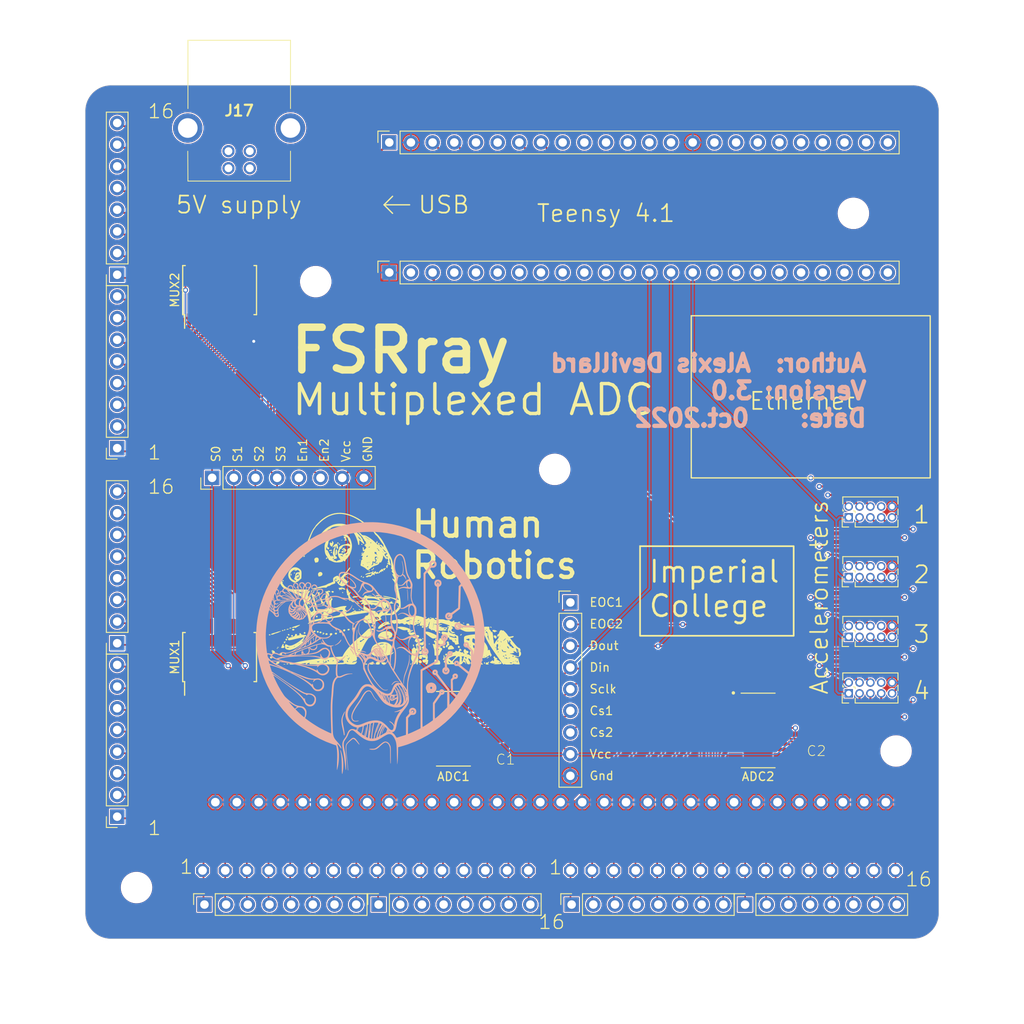
<source format=kicad_pcb>
(kicad_pcb (version 20211014) (generator pcbnew)
  (title_block (title "FSRray - Multiplexed ADCs") (date "2022-10-24") (rev "3.0") (company "Alexis Devillard - HRG - Imperial College London"))
  (layers (0 "F.Cu" signal "Front") (1 "In1.Cu" signal) (2 "In2.Cu" signal) (31 "B.Cu" signal "Back") (34 "B.Paste" user) (35 "F.Paste" user) (36 "B.SilkS" user "B.Silkscreen") (37 "F.SilkS" user "F.Silkscreen") (38 "B.Mask" user) (39 "F.Mask" user) (44 "Edge.Cuts" user))
  (net 0 "")
  (net 1 "Net-(J1-Pad1)")
  (net 2 "Net-(J1-Pad2)")
  (net 3 "Net-(J1-Pad3)")
  (net 4 "Net-(J1-Pad4)")
  (net 5 "Net-(J1-Pad5)")
  (net 6 "Net-(J1-Pad6)")
  (net 7 "Net-(J1-Pad7)")
  (net 8 "Net-(J1-Pad8)")
  (net 9 "/S0")
  (net 10 "/S1")
  (net 11 "/S3")
  (net 12 "/S2")
  (net 13 "/EN1")
  (net 14 "Net-(J2-Pad1)")
  (net 15 "Net-(J2-Pad2)")
  (net 16 "Net-(J2-Pad3)")
  (net 17 "Net-(J2-Pad4)")
  (net 18 "Net-(J2-Pad5)")
  (net 19 "Net-(J2-Pad6)")
  (net 20 "Net-(J2-Pad7)")
  (net 21 "Net-(J2-Pad8)")
  (net 22 "/EN2")
  (net 23 "Net-(J3-Pad1)")
  (net 24 "Net-(J3-Pad2)")
  (net 25 "Net-(J3-Pad3)")
  (net 26 "Net-(J3-Pad4)")
  (net 27 "Net-(J3-Pad5)")
  (net 28 "Net-(J3-Pad6)")
  (net 29 "Net-(J3-Pad7)")
  (net 30 "Net-(J3-Pad8)")
  (net 31 "Net-(J4-Pad1)")
  (net 32 "Net-(J4-Pad2)")
  (net 33 "Net-(J4-Pad3)")
  (net 34 "Net-(J4-Pad4)")
  (net 35 "Net-(J4-Pad5)")
  (net 36 "Net-(J4-Pad6)")
  (net 37 "Net-(J4-Pad7)")
  (net 38 "Net-(J4-Pad8)")
  (net 39 "/CS1")
  (net 40 "/SCLK")
  (net 41 "/EOC1")
  (net 42 "GND")
  (net 43 "/CS2")
  (net 44 "/EOC2")
  (net 45 "Net-(ADC1-Pad1)")
  (net 46 "Net-(ADC1-Pad2)")
  (net 47 "Net-(ADC1-Pad3)")
  (net 48 "Net-(ADC1-Pad4)")
  (net 49 "Net-(ADC1-Pad5)")
  (net 50 "Net-(ADC1-Pad6)")
  (net 51 "Net-(ADC1-Pad7)")
  (net 52 "Net-(ADC1-Pad8)")
  (net 53 "Net-(ADC1-Pad9)")
  (net 54 "Net-(ADC1-Pad10)")
  (net 55 "Net-(ADC1-Pad11)")
  (net 56 "Net-(ADC1-Pad12)")
  (net 57 "Net-(ADC1-Pad13)")
  (net 58 "Net-(ADC1-Pad14)")
  (net 59 "Net-(ADC1-Pad15)")
  (net 60 "Net-(ADC1-Pad16)")
  (net 61 "Net-(ADC2-Pad1)")
  (net 62 "Net-(ADC2-Pad2)")
  (net 63 "Net-(ADC2-Pad3)")
  (net 64 "Net-(ADC2-Pad4)")
  (net 65 "Net-(ADC2-Pad5)")
  (net 66 "Net-(ADC2-Pad6)")
  (net 67 "Net-(ADC2-Pad7)")
  (net 68 "Net-(ADC2-Pad8)")
  (net 69 "Net-(ADC2-Pad9)")
  (net 70 "Net-(ADC2-Pad10)")
  (net 71 "Net-(ADC2-Pad11)")
  (net 72 "Net-(ADC2-Pad12)")
  (net 73 "Net-(ADC2-Pad13)")
  (net 74 "Net-(ADC2-Pad14)")
  (net 75 "Net-(ADC2-Pad15)")
  (net 76 "Net-(ADC2-Pad16)")
  (net 77 "Net-(ADC1-Pad17)")
  (net 78 "Net-(ADC2-Pad17)")
  (net 103 "+5V")
  (net 104 "/MOSI")
  (net 105 "/MISO")
  (net 106 "/CSA1")
  (net 107 "/CSA2")
  (net 108 "/CSA3")
  (net 109 "/CSA4")
  (net 110 "/SCK")
  (net 111 "/INTA1")
  (net 112 "/INTA2")
  (net 113 "/TRIGA")
  (net 114 "/MISO1")
  (net 115 "+3.3V")
  (net 116 "/MOSI1")
  (net 117 "/SCK1")
  (net 118 "/L1")
  (net 119 "/L2")
  (net 120 "/L3")
  (net 121 "/L4")
  (net 122 "/M1")
  (net 123 "/M2")
  (footprint "fsr_array:HALP_RES" (layer "F.Cu") (at 193.7939 133.9964 90)
    (fp_text reference "U$61" hide)
    (fp_text value "HALF_RES" hide)
  )
  (footprint "fsr_array:HALP_RES" (layer "F.Cu") (at 168.3839 133.9964 90)
    (fp_text reference "U$63" hide)
    (fp_text value "HALF_RES" hide)
  )
  (footprint "fsr_array:HALP_RES" (layer "F.Cu") (at 163.3539 133.9964 90)
    (fp_text reference "U$39" hide)
    (fp_text value "HALF_RES" hide)
  )
  (footprint "00_Custom:MAX11632EEGT" (layer "F.Cu") (at 143.1328 125.3928)
    (fp_text reference "ADC1")
    (fp_text value "MAX11632EEGT" hide)
  )
  (footprint "fsr_array:HALP_RES" (layer "F.Cu") (at 178.6139 133.9964 90)
    (fp_text reference "U$45" hide)
    (fp_text value "HALF_RES" hide)
  )
  (footprint "fsr_array:HALP_RES" (layer "F.Cu") (at 113.7339 141.9964 -90)
    (fp_text reference "U$16" hide)
    (fp_text value "HALF_RES" hide)
  )
  (footprint "fsr_array:HALP_RES" (layer "F.Cu") (at 161.9139 141.9964 -90)
    (fp_text reference "U$44" hide)
    (fp_text value "HALF_RES" hide)
  )
  (footprint "fsr_array:HALP_RES" (layer "F.Cu") (at 118.9239 141.9964 -90)
    (fp_text reference "U$12" hide)
    (fp_text value "HALF_RES" hide)
  )
  (footprint "fsr_array:C0603" (layer "F.Cu") (at 185.7 125.3 90)
    (fp_text reference "C2")
    (fp_text value "100n" hide)
  )
  (footprint "MountingHole:MountingHole_3.2mm_M3" (layer "F.Cu") (at 190 65)
    (fp_text reference "H5" hide)
    (fp_text value "MountingHole" hide)
  )
  (footprint "Connector_PinHeader_2.54mm:PinHeader_1x08_P2.54mm_Vertical" (layer "F.Cu") (at 134.3628 145.9928 90)
    (fp_text reference "J6" hide)
    (fp_text value "measuring_input2" hide)
  )
  (footprint "fsr_array:HALP_RES" (layer "F.Cu") (at 159.3639 141.9964 -90)
    (fp_text reference "U$46" hide)
    (fp_text value "HALF_RES" hide)
  )
  (footprint "fsr_array:HALP_RES" (layer "F.Cu") (at 176.0139 133.9964 90)
    (fp_text reference "U$49" hide)
    (fp_text value "HALF_RES" hide)
  )
  (footprint "fsr_array:C0603" (layer "F.Cu") (at 149.1339 126.7964 90)
    (fp_text reference "C1")
    (fp_text value "100n" hide)
  )
  (footprint "fsr_array:HALP_RES" (layer "F.Cu") (at 181.1039 133.9964 90)
    (fp_text reference "U$51" hide)
    (fp_text value "HALF_RES" hide)
  )
  (footprint "Connector_PinHeader_2.54mm:PinHeader_1x08_P2.54mm_Vertical" (layer "F.Cu") (at 103.7328 72.1928 180)
    (fp_text reference "J4" hide)
    (fp_text value "scanning_ref4" hide)
  )
  (footprint "fsr_array:HALP_RES" (layer "F.Cu") (at 155.6939 133.9964 90)
    (fp_text reference "U$29" hide)
    (fp_text value "HALF_RES" hide)
  )
  (footprint "MountingHole:MountingHole_3.2mm_M3" (layer "F.Cu") (at 106 144)
    (fp_text reference "H1" hide)
    (fp_text value "MountingHole" hide)
  )
  (footprint "fsr_array:HALP_RES" (layer "F.Cu") (at 179.7039 141.9964 90)
    (fp_text reference "U$62" hide)
    (fp_text value "HALF_RES" hide)
  )
  (footprint "fsr_array:HALP_RES" (layer "F.Cu") (at 145.7639 133.9964 90)
    (fp_text reference "U$1" hide)
    (fp_text value "HALF_RES" hide)
  )
  (footprint "fsr_array:HALP_RES" (layer "F.Cu") (at 183.6739 133.9964 90)
    (fp_text reference "U$57" hide)
    (fp_text value "HALF_RES" hide)
  )
  (footprint "fsr_array:HALP_RES" (layer "F.Cu") (at 169.5239 141.9964 -90)
    (fp_text reference "U$38" hide)
    (fp_text value "HALF_RES" hide)
  )
  (footprint "fsr_array:HALP_RES" (layer "F.Cu") (at 167.0439 141.9964 -90)
    (fp_text reference "U$40" hide)
    (fp_text value "HALF_RES" hide)
  )
  (footprint "00_Custom:MAX11632EEGT" (layer "F.Cu") (at 178.8328 125.5928)
    (fp_text reference "ADC2")
    (fp_text value "MAX11632EEGT" hide)
  )
  (footprint "fsr_array:HALP_RES" (layer "F.Cu") (at 160.8139 133.9964 90)
    (fp_text reference "U$43" hide)
    (fp_text value "HALF_RES" hide)
  )
  (footprint "fsr_array:HALP_RES" (layer "F.Cu") (at 153.3139 133.9964 90)
    (fp_text reference "U$13" hide)
    (fp_text value "HALF_RES" hide)
  )
  (footprint "Connector_PinSocket_2.54mm:PinSocket_1x24_P2.54mm_Vertical" (layer "F.Cu") (at 135.6128 71.9328 90)
    (fp_text reference "J12" hide)
    (fp_text value "teensy_left" hide)
  )
  (footprint "fsr_array:HALP_RES" (layer "F.Cu") (at 141.7939 141.9964 -90)
    (fp_text reference "U$26" hide)
    (fp_text value "HALF_RES" hide)
  )
  (footprint "Package_SO:SSOP-24_5.3x8.2mm_P0.65mm" (layer "F.Cu") (at 115.7328 73.9928 90)
    (fp_text reference "MUX2")
    (fp_text value "CD74HC4067SM" hide)
  )
  (footprint "Connector_PinHeader_2.54mm:PinHeader_1x09_P2.54mm_Vertical" (layer "F.Cu") (at 156.8328 110.5928)
    (fp_text reference "J10" hide)
    (fp_text value "com_adc" hide)
  )
  (footprint "fsr_array:HALP_RES" (layer "F.Cu") (at 148.2739 133.9964 90)
    (fp_text reference "U$5" hide)
    (fp_text value "HALF_RES" hide)
  )
  (footprint "fsr_array:HALP_RES" (layer "F.Cu") (at 125.4739 133.9964 90)
    (fp_text reference "U$7" hide)
    (fp_text value "HALF_RES" hide)
  )
  (footprint "fsr_array:HALP_RES" (layer "F.Cu") (at 174.5939 141.9964 -90)
    (fp_text reference "U$34" hide)
    (fp_text value "HALF_RES" hide)
  )
  (footprint "Connector_PinHeader_2.54mm:PinHeader_1x08_P2.54mm_Vertical" (layer "F.Cu") (at 103.7328 135.6928 180)
    (fp_text reference "J1" hide)
    (fp_text value "scanning_ref1" hide)
  )
  (footprint "fsr_array:HALP_RES" (layer "F.Cu") (at 138.0939 133.9964 90)
    (fp_text reference "U$27" hide)
    (fp_text value "HALF_RES" hide)
  )
  (footprint "fsr_array:HALP_RES" (layer "F.Cu") (at 177.1839 141.9964 -90)
    (fp_text reference "U$64" hide)
    (fp_text value "HALF_RES" hide)
  )
  (footprint "fsr_array:HALP_RES" (layer "F.Cu") (at 122.8839 133.9964 90)
    (fp_text reference "U$3" hide)
    (fp_text value "HALF_RES" hide)
  )
  (footprint "fsr_array:HALP_RES" (layer "F.Cu") (at 129.0739 141.9964 -90)
    (fp_text reference "U$4" hide)
    (fp_text value "HALF_RES" hide)
  )
  (footprint "fsr_array:HALP_RES" (layer "F.Cu") (at 149.4239 141.9964 -90)
    (fp_text reference "U$20" hide)
    (fp_text value "HALF_RES" hide)
  )
  (footprint "Connector_PinHeader_1.27mm:PinHeader_2x05_P1.27mm_Vertical" (layer "F.Cu") (at 189.45 100.625 90)
    (fp_text reference "J14" hide)
    (fp_text value "com_acc1" hide)
  )
  (footprint "fsr_array:HALP_RES" (layer "F.Cu") (at 131.5939 141.9964 -90)
    (fp_text reference "U$2" hide)
    (fp_text value "HALF_RES" hide)
  )
  (footprint "fsr_array:HALP_RES" (layer "F.Cu") (at 127.9439 133.9964 90)
    (fp_text reference "U$11" hide)
    (fp_text value "HALF_RES" hide)
  )
  (footprint "fsr_array:HALP_RES" (layer "F.Cu") (at 136.7339 141.9964 -90)
    (fp_text reference "U$30" hide)
    (fp_text value "HALF_RES" hide)
  )
  (footprint "fsr_array:HALP_RES" (layer "F.Cu") (at 165.9039 133.9964 90)
    (fp_text reference "U$53" hide)
    (fp_text value "HALF_RES" hide)
  )
  (footprint "fsr_array:HALP_RES" (layer "F.Cu") (at 191.2739 133.9964 90)
    (fp_text reference "U$41" hide)
    (fp_text value "HALF_RES" hide)
  )
  (footprint "Connector_PinHeader_2.54mm:PinHeader_1x08_P2.54mm_Vertical" (layer "F.Cu") (at 103.7328 92.5128 180)
    (fp_text reference "J3" hide)
    (fp_text value "scanning_ref3" hide)
  )
  (footprint "fsr_array:HALP_RES" (layer "F.Cu") (at 173.4239 133.9964 90)
    (fp_text reference "U$55" hide)
    (fp_text value "HALF_RES" hide)
  )
  (footprint "fsr_array:HALP_RES" (layer "F.Cu") (at 187.3439 141.9964 -90)
    (fp_text reference "U$56" hide)
    (fp_text value "HALF_RES" hide)
  )
  (footprint "Connector_PinHeader_1.27mm:PinHeader_2x05_P1.27mm_Vertical" (layer "F.Cu") (at 189.45 107.625 90)
    (fp_text reference "J13" hide)
    (fp_text value "com_acc2" hide)
  )
  (footprint "MountingHole:MountingHole_3.2mm_M3" (layer "F.Cu") (at 155 95)
    (fp_text reference "H3" hide)
    (fp_text value "MountingHole" hide)
  )
  (footprint "Connector_PinSocket_2.54mm:PinSocket_1x24_P2.54mm_Vertical" (layer "F.Cu") (at 135.6128 56.6928 90)
    (fp_text reference "J11" hide)
    (fp_text value "teensy_right" hide)
  )
  (footprint "Connector_PinHeader_2.54mm:PinHeader_1x08_P2.54mm_Vertical" (layer "F.Cu") (at 114.8578 95.9928 90)
    (fp_text reference "J9" hide)
    (fp_text value "com_mux" hide)
  )
  (footprint "Connector_PinHeader_2.54mm:PinHeader_1x08_P2.54mm_Vertical" (layer "F.Cu") (at 156.9828 145.9928 90)
    (fp_text reference "J7" hide)
    (fp_text value "measuring_input3" hide)
  )
  (footprint "fsr_array:HALP_RES" (layer "F.Cu") (at 123.9939 141.9964 -90)
    (fp_text reference "U$8" hide)
    (fp_text value "HALF_RES" hide)
  )
  (footprint "Connector_PinHeader_2.54mm:PinHeader_1x08_P2.54mm_Vertical" (layer "F.Cu") (at 177.3028 145.9928 90)
    (fp_text reference "J8" hide)
    (fp_text value "measuring_input4" hide)
  )
  (footprint "fsr_array:HALP_RES" (layer "F.Cu") (at 194.9239 141.9964 -90)
    (fp_text reference "U$50" hide)
    (fp_text value "HALF_RES" hide)
  )
  (footprint "MountingHole:MountingHole_3.2mm_M3" (layer "F.Cu") (at 195 128)
    (fp_text reference "H4" hide)
    (fp_text value "MountingHole" hide)
  )
  (footprint "fsr_array:HALP_RES" (layer "F.Cu") (at 133.0239 133.9964 90)
    (fp_text reference "U$19" hide)
    (fp_text value "HALF_RES" hide)
  )
  (footprint "fsr_array:HALP_RES" (layer "F.Cu") (at 192.3939 141.9964 90)
    (fp_text reference "U$52" hide)
    (fp_text value "HALF_RES" hide)
  )
  (footprint "fsr_array:HALP_RES" (layer "F.Cu") (at 164.4939 141.9964 90)
    (fp_text reference "U$42" hide)
    (fp_text value "HALF_RES" hide)
  )
  (footprint "fsr_array:HALP_RES" (layer "F.Cu") (at 170.9639 133.9964 90)
    (fp_text reference "U$59" hide)
    (fp_text value "HALF_RES" hide)
  )
  (footprint "MountingHole:MountingHole_3.2mm_M3" (layer "F.Cu") (at 127 73)
    (fp_text reference "H2" hide)
    (fp_text value "MountingHole" hide)
  )
  (footprint "fsr_array:HALP_RES" (layer "F.Cu") (at 182.2239 141.9964 -90)
    (fp_text reference "U$60" hide)
    (fp_text value "HALF_RES" hide)
  )
  (footprint "fsr_array:HALP_RES" (layer "F.Cu") (at 146.8739 141.9964 -90)
    (fp_text reference "U$22" hide)
    (fp_text value "HALF_RES" hide)
  )
  (footprint "fsr_array:HALP_RES" (layer "F.Cu") (at 186.2139 133.9964 90)
    (fp_text reference "U$47" hide)
    (fp_text value "HALF_RES" hide)
  )
  (footprint "Connector_PinHeader_1.27mm:PinHeader_2x05_P1.27mm_Vertical" (layer "F.Cu") (at 189.45 121.25 90)
    (fp_text reference "J16" hide)
    (fp_text value "com_acc4" hide)
  )
  (footprint "fsr_array:HALP_RES" (layer "F.Cu") (at 188.7639 133.9964 90)
    (fp_text reference "U$37" hide)
    (fp_text value "HALF_RES" hide)
  )
  (footprint "fsr_array:HALP_RES" (layer "F.Cu") (at 143.2139 133.9964 90)
    (fp_text reference "U$35" hide)
    (fp_text value "HALF_RES" hide)
  )
  (footprint "Connector_PinHeader_1.27mm:PinHeader_2x05_P1.27mm_Vertical" (layer "F.Cu") (at 189.45 114.625 90)
    (fp_text reference "J15" hide)
    (fp_text value "com_acc3" hide)
  )
  (footprint "fsr_array:HALP_RES" (layer "F.Cu") (at 184.8239 141.9964 -90)
    (fp_text reference "U$58" hide)
    (fp_text value "HALF_RES" hide)
  )
  (footprint "fsr_array:HALP_RES" (layer "F.Cu") (at 117.7539 133.9964 -90)
    (fp_text reference "U$21" hide)
    (fp_text value "HALF_RES" hide)
  )
  (footprint "fsr_array:HALP_RES" (layer "F.Cu") (at 172.0939 141.9964 -90)
    (fp_text reference "U$36" hide)
    (fp_text value "HALF_RES" hide)
  )
  (footprint "fsr_array:HALP_RES" (layer "F.Cu") (at 135.5839 133.9964 90)
    (fp_text reference "U$23" hide)
    (fp_text value "HALF_RES" hide)
  )
  (footprint "fsr_array:HALP_RES" (layer "F.Cu") (at 120.3139 133.9964 -90)
    (fp_text reference "U$17" hide)
    (fp_text value "HALF_RES" hide)
  )
  (footprint "fsr_array:HALP_RES" (layer "F.Cu") (at 134.1939 141.9964 -90)
    (fp_text reference "U$32" hide)
    (fp_text value "HALF_RES" hide)
  )
  (footprint "fsr_array:HALP_RES" (layer "F.Cu") (at 156.8539 141.9964 -90)
    (fp_text reference "U$48" hide)
    (fp_text value "HALF_RES" hide)
  )
  (footprint "fsr_array:HALP_RES" (layer "F.Cu") (at 126.5739 141.9964 -90)
    (fp_text reference "U$6" hide)
    (fp_text value "HALF_RES" hide)
  )
  (footprint "fsr_array:HALP_RES" (layer "F.Cu") (at 130.4939 133.9964 90)
    (fp_text reference "U$15" hide)
    (fp_text value "HALF_RES" hide)
  )
  (footprint "fsr_array:HALP_RES" (layer "F.Cu") (at 150.7739 133.9964 90)
    (fp_text reference "U$9" hide)
    (fp_text value "HALF_RES" hide)
  )
  (footprint "fsr_array:HALP_RES" (layer "F.Cu") (at 144.3539 141.9964 -90)
    (fp_text reference "U$24" hide)
    (fp_text value "HALF_RES" hide)
  )
  (footprint "fsr_array:HALP_RES" (layer "F.Cu") (at 121.5039 141.9964 -90)
    (fp_text reference "U$10" hide)
    (fp_text value "HALF_RES" hide)
  )
  (footprint "LOGO" (layer "F.Cu") (at 136.5 109)
    (fp_text reference "G***" hide)
    (fp_text value "LOGO" hide)
  )
  (footprint "Connector_PinHeader_2.54mm:PinHeader_1x08_P2.54mm_Vertical" (layer "F.Cu") (at 113.9578 145.9928 90)
    (fp_text reference "J5" hide)
    (fp_text value "measuring_input1" hide)
  )
  (footprint "fsr_array:HALP_RES" (layer "F.Cu") (at 151.9039 141.9964 -90)
    (fp_text reference "U$18" hide)
    (fp_text value "HALF_RES" hide)
  )
  (footprint "fsr_array:HALP_RES" (layer "F.Cu") (at 140.6039 133.9964 90)
    (fp_text reference "U$31" hide)
    (fp_text value "HALF_RES" hide)
  )
  (footprint "fsr_array:HALP_RES" (layer "F.Cu") (at 189.8739 141.9964 -90)
    (fp_text reference "U$54" hide)
    (fp_text value "HALF_RES" hide)
  )
  (footprint "00_Custom:usbB_stewart" (layer "F.Cu") (at 119.27 59.71 180)
    (fp_text reference "J17")
    (fp_text value "usb_B" hide)
  )
  (footprint "Package_SO:SSOP-24_5.3x8.2mm_P0.65mm" (layer "F.Cu") (at 115.7328 116.9928 90)
    (fp_text reference "MUX1")
    (fp_text value "CD74HC4067SM" hide)
  )
  (footprint "fsr_array:HALP_RES" (layer "F.Cu") (at 139.2339 141.9964 -90)
    (fp_text reference "U$28" hide)
    (fp_text value "HALF_RES" hide)
  )
  (footprint "fsr_array:HALP_RES" (layer "F.Cu") (at 158.2239 133.9964 90)
    (fp_text reference "U$33" hide)
    (fp_text value "HALF_RES" hide)
  )
  (footprint "Connector_PinHeader_2.54mm:PinHeader_1x08_P2.54mm_Vertical" (layer "F.Cu") (at 103.7328 115.3728 180)
    (fp_text reference "J2" hide)
    (fp_text value "scanning_ref2" hide)
  )
  (footprint "fsr_array:HALP_RES" (layer "F.Cu") (at 116.3939 141.9964 -90)
    (fp_text reference "U$14" hide)
    (fp_text value "HALF_RES" hide)
  )
  (footprint "fsr_array:HALP_RES" (layer "F.Cu") (at 115.2339 133.9964 -90)
    (fp_text reference "U$25" hide)
    (fp_text value "HALF_RES" hide)
  )
  (footprint "LOGO" (layer "B.Cu") (at 133.35 115.57 180)
    (fp_text reference "G***" hide)
    (fp_text value "LOGO" hide)
  )
  (gr_rect (start 165 104) (end 183 114.5) (layer "F.SilkS") (width 0.2) (fill none))
  (gr_line (start 135 64) (end 136 65) (layer "F.SilkS") (width 0.1524))
  (gr_line (start 138 64) (end 135 64) (layer "F.SilkS") (width 0.1524))
  (gr_rect (start 199 77) (end 171 96) (layer "F.SilkS") (width 0.1524) (fill none))
  (gr_line (start 136 63) (end 135 64) (layer "F.SilkS") (width 0.1524))
  (gr_arc (start 197 50) (mid 199.12132 50.87868) (end 200 53) (layer "Edge.Cuts") (width 0.0381))
  (gr_line (start 200 53) (end 200 147) (layer "Edge.Cuts") (width 0.05))
  (gr_arc (start 100 53) (mid 100.87868 50.87868) (end 103 50) (layer "Edge.Cuts") (width 0.0381))
  (gr_arc (start 103 150) (mid 100.87868 149.12132) (end 100 147) (layer "Edge.Cuts") (width 0.0381))
  (gr_line (start 103 50) (end 197 50) (layer "Edge.Cuts") (width 0.05))
  (gr_arc (start 200 147) (mid 199.12132 149.12132) (end 197 150) (layer "Edge.Cuts") (width 0.0381))
  (gr_line (start 103 150) (end 197 150) (layer "Edge.Cuts") (width 0.05))
  (gr_line (start 100 53) (end 100 147) (layer "Edge.Cuts") (width 0.05))
  (gr_text "Author:  Alexis Devillard\nVersion: 3.0\nDate:    0ct.2022" (at 191.77 90.17) (layer "B.SilkS") (effects (font (size 2 2) (thickness 0.5)) (justify left bottom mirror)))
  (gr_text "Dout" (at 159 116.2464) (layer "F.SilkS") (effects (font (size 1 1) (thickness 0.14224)) (justify left bottom)))
  (gr_text "En2" (at 127.42 91.285714 90) (layer "F.SilkS") (effects (font (size 1 1) (thickness 0.14224)) (justify right top)))
  (gr_text "2" (at 198 107.31747) (layer "F.SilkS") (effects (font (size 2 2) (thickness 0.2032))))
  (gr_text "1" (at 107.2328 93.9928) (layer "F.SilkS") (effects (font (size 1.63576 1.63576) (thickness 0.14224)) (justify left bottom)))
  (gr_text "3" (at 198 114.31747) (layer "F.SilkS") (effects (font (size 2 2) (thickness 0.2032))))
  (gr_text "GND" (at 132.5 91 90) (layer "F.SilkS") (effects (font (size 1 1) (thickness 0.14224)) (justify right top)))
  (gr_text "Vcc" (at 159 128.9464) (layer "F.SilkS") (effects (font (size 1 1) (thickness 0.14224)) (justify left bottom)))
  (gr_text "EOC2" (at 159 113.7064) (layer "F.SilkS") (effects (font (size 1 1) (thickness 0.14224)) (justify left bottom)))
  (gr_text "5V supply" (at 118 64) (layer "F.SilkS") (effects (font (size 2 2) (thickness 0.2032))))
  (gr_text "Accelerometers" (at 186 110 90) (layer "F.SilkS") (effects (font (size 2 2) (thickness 0.2032))))
  (gr_text "1" (at 107.2328 137.9928) (layer "F.SilkS") (effects (font (size 1.63576 1.63576) (thickness 0.14224)) (justify left bottom)))
  (gr_text "USB" (at 142 64) (layer "F.SilkS") (effects (font (size 2 2) (thickness 0.2032))))
  (gr_text "Cs1" (at 159 123.8664) (layer "F.SilkS") (effects (font (size 1 1) (thickness 0.14224)) (justify left bottom)))
  (gr_text "S3" (at 122.34 92.142857 90) (layer "F.SilkS") (effects (font (size 1 1) (thickness 0.14224)) (justify right top)))
  (gr_text "1" (at 198 100.31747) (layer "F.SilkS") (effects (font (size 2 2) (thickness 0.2032))))
  (gr_text "Multiplexed ADC" (at 124 88.9) (layer "F.SilkS") (effects (font (size 3.5052 3.5052) (thickness 0.4)) (justify left bottom)))
  (gr_text "16" (at 107.2328 97.9928) (layer "F.SilkS") (effects (font (size 1.63576 1.63576) (thickness 0.14224)) (justify left bottom)))
  (gr_text "Ethernet" (at 184 87) (layer "F.SilkS") (effects (font (size 2 2) (thickness 0.2032))))
  (gr_text "Teensy 4.1" (at 161 65) (layer "F.SilkS") (effects (font (size 2 2) (thickness 0.2032))))
  (gr_text "4" (at 198 120.94247) (layer "F.SilkS") (effects (font (size 2 2) (thickness 0.2032))))
  (gr_text "FSRray" (at 123.6 84) (layer "F.SilkS") (effects (font (size 5 5) (thickness 0.8763)) (justify left bottom)))
  (gr_text "En1" (at 124.88 91.285714 90) (layer "F.SilkS") (effects (font (size 1 1) (thickness 0.14224)) (justify right top)))
  (gr_text "Cs2" (at 159 126.4064) (layer "F.SilkS") (effects (font (size 1 1) (thickness 0.14224)) (justify left bottom)))
  (gr_text "1" (at 154.2328 142.5928) (layer "F.SilkS") (effects (font (size 1.63576 1.63576) (thickness 0.14224)) (justify left bottom)))
  (gr_text "16" (at 196 144) (layer "F.SilkS") (effects (font (size 1.63576 1.63576) (thickness 0.14224)) (justify left bottom)))
  (gr_text "S0" (at 114.72 92.142857 90) (layer "F.SilkS") (effects (font (size 1 1) (thickness 0.14224)) (justify right top)))
  (gr_text "Gnd" (at 159 131.4864) (layer "F.SilkS") (effects (font (size 1 1) (thickness 0.14224)) (justify left bottom)))
  (gr_text "16" (at 153 149) (layer "F.SilkS") (effects (font (size 1.63576 1.63576) (thickness 0.14224)) (justify left bottom)))
  (gr_text "S2" (at 119.8 92.142857 90) (layer "F.SilkS") (effects (font (size 1 1) (thickness 0.14224)) (justify right top)))
  (gr_text "Human\nRobotics" (at 138 108) (layer "F.SilkS") (effects (font (size 3 3) (thickness 0.5)) (justify left bottom)))
  (gr_text "Sclk" (at 159 121.3264) (layer "F.SilkS") (effects (font (size 1 1) (thickness 0.14224)) (justify left bottom)))
  (gr_text "S1" (at 117.26 92.142857 90) (layer "F.SilkS") (effects (font (size 1 1) (thickness 0.14224)) (justify right top)))
  (gr_text "1" (at 110.9839 142.5264) (layer "F.SilkS") (effects (font (size 1.63576 1.63576) (thickness 0.14224)) (justify left bottom)))
  (gr_text "Din" (at 159 118.7864) (layer "F.SilkS") (effects (font (size 1 1) (thickness 0.14224)) (justify left bottom)))
  (gr_text "16" (at 107.2328 53.9928) (layer "F.SilkS") (effects (font (size 1.63576 1.63576) (thickness 0.14224)) (justify left bottom)))
  (gr_text "Imperial\nCollege" (at 165.8722 112.4772) (layer "F.SilkS") (effects (font (size 2.5 2.5) (thickness 0.3048)) (justify left bottom)))
  (gr_text "EOC1" (at 159 111.1664) (layer "F.SilkS") (effects (font (size 1 1) (thickness 0.14224)) (justify left bottom)))
  (gr_text "Vcc" (at 129.96 91.47619 90) (layer "F.SilkS") (effects (font (size 1 1) (thickness 0.14224)) (justify right top)))
  (segment (start 103.7339 135.8864) (end 105.7339 135.8864) (width 0.2) (layer "F.Cu") (net 1))
  (segment (start 117.3589 124.2614) (end 117.3589 120.5464) (width 0.2) (layer "F.Cu") (net 1))
  (segment (start 105.7339 135.8864) (end 117.3589 124.2614) (width 0.2) (layer "F.Cu") (net 1))
  (segment (start 103.7339 133.3464) (end 107.3839 133.3464) (width 0.2) (layer "F.Cu") (net 2))
  (segment (start 107.3839 133.3464) (end 116.7089 124.0214) (width 0.2) (layer "F.Cu") (net 2))
  (segment (start 116.7089 124.0214) (end 116.7089 120.5464) (width 0.2) (layer "F.Cu") (net 2))
  (segment (start 103.7339 130.8064) (end 108.9239 130.8064) (width 0.2) (layer "F.Cu") (net 3))
  (segment (start 116.0589 123.6714) (end 116.0589 120.5464) (width 0.2) (layer "F.Cu") (net 3))
  (segment (start 108.9239 130.8064) (end 116.0589 123.6714) (width 0.2) (layer "F.Cu") (net 3))
  (segment (start 110.4639 128.2664) (end 115.4089 123.3214) (width 0.2) (layer "F.Cu") (net 4))
  (segment (start 115.4089 120.5464) (end 115.4089 123.3214) (width 0.2) (layer "F.Cu") (net 4))
  (segment (start 103.7339 128.2664) (end 110.4639 128.2664) (width 0.2) (layer "F.Cu") (net 4))
  (segment (start 103.7339 125.7264) (end 112.0039 125.7264) (width 0.2) (layer "F.Cu") (net 5))
  (segment (start 112.0039 125.7264) (end 114.7589 122.9714) (width 0.2) (layer "F.Cu") (net 5))
  (segment (start 114.7589 122.9714) (end 114.7589 120.5464) (width 0.2) (layer "F.Cu") (net 5))
  (segment (start 103.7339 123.1864) (end 113.5439 123.1864) (width 0.2) (layer "F.Cu") (net 6))
  (segment (start 113.5439 123.1864) (end 114.1089 122.6214) (width 0.2) (layer "F.Cu") (net 6))
  (segment (start 114.1089 122.6214) (end 114.1089 120.5464) (width 0.2) (layer "F.Cu") (net 6))
  (segment (start 103.7339 120.6464) (end 107.2339 120.6464) (width 0.2) (layer "F.Cu") (net 7))
  (segment (start 112.9839 122.4964) (end 109.0839 122.4964) (width 0.2) (layer "F.Cu") (net 7))
  (segment (start 113.4589 122.0214) (end 112.9839 122.4964) (width 0.2) (layer "F.Cu") (net 7))
  (segment (start 107.2339 120.6464) (end 108.1589 121.5714) (width 0.2) (layer "F.Cu") (net 7))
  (segment (start 113.4589 120.5464) (end 113.4589 122.0214) (width 0.2) (layer "F.Cu") (net 7))
  (segment (start 109.0839 122.4964) (end 108.1589 121.5714) (width 0.2) (layer "F.Cu") (net 7))
  (segment (start 112.48845 121.6988) (end 110.6863 121.6988) (width 0.2) (layer "F.Cu") (net 8))
  (segment (start 107.0939 118.1064) (end 109.3589 120.3714) (width 0.2) (layer "F.Cu") (net 8))
  (segment (start 112.6363 121.55095) (end 112.48845 121.6988) (width 0.2) (layer "F.Cu") (net 8))
  (segment (start 103.7339 118.1064) (end 107.0939 118.1064) (width 0.2) (layer "F.Cu") (net 8))
  (segment (start 110.6863 121.6988) (end 109.3589 120.3714) (width 0.2) (layer "F.Cu") (net 8))
  (segment (start 112.6363 120.719) (end 112.6363 121.55095) (width 0.2) (layer "F.Cu") (net 8))
  (segment (start 112.8089 120.5464) (end 112.6363 120.719) (width 0.2) (layer "F.Cu") (net 8))
  (segment (start 118.0089 81.7214) (end 114.8439 84.8864) (width 0.2) (layer "F.Cu") (net 9))
  (segment (start 116.7339 117.9964) (end 118.0089 119.2714) (width 0.2) (layer "F.Cu") (net 9))
  (segment (start 118.0089 119.2714) (end 118.0089 120.5464) (width 0.2) (layer "F.Cu") (net 9))
  (segment (start 118.0089 77.5464) (end 118.0089 81.7214) (width 0.2) (layer "F.Cu") (net 9))
  (segment (start 114.8439 84.8864) (end 114.8439 95.9964) (width 0.2) (layer "F.Cu") (net 9))
  (via (at 116.7339 117.9964) (size 0.604) (drill 0.35) (layers "F.Cu" "B.Cu") (net 9))
  (segment (start 114.8439 116.1064) (end 116.7339 117.9964) (width 0.2) (layer "B.Cu") (net 9))
  (segment (start 114.8439 95.9964) (end 114.8439 116.1064) (width 0.2) (layer "B.Cu") (net 9))
  (segment (start 118.6589 82.0714) (end 117.3839 83.3464) (width 0.2) (layer "F.Cu") (net 10))
  (segment (start 118.7339 117.9964) (end 118.7339 120.4714) (width 0.2) (layer "F.Cu") (net 10))
  (segment (start 118.7339 120.4714) (end 118.6589 120.5464) (width 0.2) (layer "F.Cu") (net 10))
  (segment (start 118.6589 77.5464) (end 118.6589 82.0714) (width 0.2) (layer "F.Cu") (net 10))
  (segment (start 117.3839 83.3464) (end 117.3839 95.9964) (width 0.2) (layer "F.Cu") (net 10))
  (via (at 118.7339 117.9964) (size 0.604) (drill 0.35) (layers "F.Cu" "B.Cu") (net 10))
  (segment (start 117.3839 95.9964) (end 117.3839 116.6464) (width 0.2) (layer "B.Cu") (net 10))
  (segment (start 117.3839 116.6464) (end 118.7339 117.9964) (width 0.2) (layer "B.Cu") (net 10))
  (segment (start 122.4639 95.9964) (end 122.4639 110.2914) (width 0.2) (layer "F.Cu") (net 11))
  (segment (start 121.4 72.5375) (end 121.4 94.9325) (width 0.2) (layer "F.Cu") (net 11))
  (segment (start 122.4639 110.2914) (end 119.3089 113.4464) (width 0.2) (layer "F.Cu") (net 11))
  (segment (start 121.4 94.9325) (end 122.4639 95.9964) (width 0.2) (layer "F.Cu") (net 11))
  (segment (start 119.3089 70.4464) (end 121.4 72.5375) (width 0.2) (layer "F.Cu") (net 11))
  (segment (start 120.7339 93.1864) (end 119.9239 93.9964) (width 0.2) (layer "F.Cu") (net 12))
  (segment (start 120.7339 74.35335) (end 118.6589 72.27835) (width 0.2) (layer "F.Cu") (net 12))
  (segment (start 120.7339 74.35335) (end 120.7339 93.1864) (width 0.2) (layer "F.Cu") (net 12))
  (segment (start 118.6589 70.4464) (end 118.6589 72.27835) (width 0.2) (layer "F.Cu") (net 12))
  (segment (start 119.9239 93.9964) (end 119.9239 95.9964) (width 0.2) (layer "F.Cu") (net 12))
  (segment (start 118.6589 112.0714) (end 119.9239 110.8064) (width 0.2) (layer "F.Cu") (net 12))
  (segment (start 118.6589 113.4464) (end 118.6589 112.0714) (width 0.2) (layer "F.Cu") (net 12))
  (segment (start 119.9239 110.8064) (end 119.9239 95.9964) (width 0.2) (layer "F.Cu") (net 12))
  (segment (start 118.0089 114.669) (end 118.4839 115.144) (width 0.2) (layer "F.Cu") (net 13))
  (segment (start 118.0089 113.4464) (end 118.0089 114.669) (width 0.2) (layer "F.Cu") (net 13))
  (segment (start 120.4816 115.144) (end 125.0178 110.6078) (width 0.2) (layer "F.Cu") (net 13))
  (segment (start 118.4839 115.144) (end 120.4816 115.144) (width 0.2) (layer "F.Cu") (net 13))
  (segment (start 125.0178 110.6078) (end 125.0178 95.9928) (width 0.2) (layer "F.Cu") (net 13))
  (segment (start 112.8089 112.61445) (end 112.8089 113.4464) (width 0.2) (layer "F.Cu") (net 14))
  (segment (start 110.4839 112.2464) (end 112.44085 112.2464) (width 0.2) (layer "F.Cu") (net 14))
  (segment (start 112.44085 112.2464) (end 112.8089 112.61445) (width 0.2) (layer "F.Cu") (net 14))
  (segment (start 110.2339 112.4964) (end 110.4839 112.2464) (width 0.2) (layer "F.Cu") (net 14))
  (segment (start 103.7339 115.5664) (end 107.1639 115.5664) (width 0.2) (layer "F.Cu") (net 14))
  (segment (start 107.1639 115.5664) (end 110.2339 112.4964) (width 0.2) (layer "F.Cu") (net 14))
  (segment (start 107.2039 113.0264) (end 108.7339 111.4964) (width 0.2) (layer "F.Cu") (net 15))
  (segment (start 112.7339 111.4964) (end 113.4589 112.2214) (width 0.2) (layer "F.Cu") (net 15))
  (segment (start 108.7339 111.4964) (end 112.7339 111.4964) (width 0.2) (layer "F.Cu") (net 15))
  (segment (start 103.7339 113.0264) (end 107.2039 113.0264) (width 0.2) (layer "F.Cu") (net 15))
  (segment (start 113.4589 112.2214) (end 113.4589 113.4464) (width 0.2) (layer "F.Cu") (net 15))
  (segment (start 103.7339 110.4864) (end 113.2239 110.4864) (width 0.2) (layer "F.Cu") (net 16))
  (segment (start 114.1089 113.4464) (end 114.1089 111.3714) (width 0.2) (layer "F.Cu") (net 16))
  (segment (start 113.2239 110.4864) (end 114.1089 111.3714) (width 0.2) (layer "F.Cu") (net 16))
  (segment (start 114.7339 110.9964) (end 111.6839 107.9464) (width 0.2) (layer "F.Cu") (net 17))
  (segment (start 111.6839 107.9464) (end 103.7339 107.9464) (width 0.2) (layer "F.Cu") (net 17))
  (segment (start 114.7339 113.4214) (end 114.7339 110.9964) (width 0.2) (layer "F.Cu") (net 17))
  (segment (start 110.1439 105.4064) (end 115.4089 110.6714) (width 0.2) (layer "F.Cu") (net 18))
  (segment (start 103.7339 105.4064) (end 110.1439 105.4064) (width 0.2) (layer "F.Cu") (net 18))
  (segment (start 115.4089 113.4464) (end 115.4089 110.6714) (width 0.2) (layer "F.Cu") (net 18))
  (segment (start 116.0589 113.4464) (end 116.0589 110.3214) (width 0.2) (layer "F.Cu") (net 19))
  (segment (start 103.7339 102.8664) (end 108.6039 102.8664) (width 0.2) (layer "F.Cu") (net 19))
  (segment (start 108.6039 102.8664) (end 116.0589 110.3214) (width 0.2) (layer "F.Cu") (net 19))
  (segment (start 103.7339 100.3264) (end 107.0639 100.3264) (width 0.2) (layer "F.Cu") (net 20))
  (segment (start 116.7089 113.4464) (end 116.7089 109.9714) (width 0.2) (layer "F.Cu") (net 20))
  (segment (start 107.0639 100.3264) (end 108.2339 101.4964) (width 0.2) (layer "F.Cu") (net 20))
  (segment (start 116.7089 109.9714) (end 108.2339 101.4964) (width 0.2) (layer "F.Cu") (net 20))
  (segment (start 117.3589 109.6214) (end 117.3589 113.4464) (width 0.2) (layer "F.Cu") (net 21))
  (segment (start 103.7339 97.7864) (end 105.5239 97.7864) (width 0.2) (layer "F.Cu") (net 21))
  (segment (start 105.5239 97.7864) (end 117.3589 109.6214) (width 0.2) (layer "F.Cu") (net 21))
  (segment (start 119.6 69) (end 118.5 69) (width 0.2) (layer "F.Cu") (net 22))
  (segment (start 118.5 69) (end 118.0089 69.4911) (width 0.2) (layer "F.Cu") (net 22))
  (segment (start 122.1 71.5) (end 119.6 69) (width 0.2) (layer "F.Cu") (net 22))
  (segment (start 127.5578 95.9928) (end 122.1 90.535) (width 0.2) (layer "F.Cu") (net 22))
  (segment (start 122.1 90.535) (end 122.1 71.5) (width 0.2) (layer "F.Cu") (net 22))
  (segment (start 118.0089 69.4911) (end 118.0089 70.4464) (width 0.2) (layer "F.Cu") (net 22))
  (segment (start 103.7339 92.8864) (end 105.7339 92.8864) (width 0.2) (layer "F.Cu") (net 23))
  (segment (start 105.7339 92.8864) (end 117.3589 81.2614) (width 0.2) (layer "F.Cu") (net 23))
  (segment (start 117.3589 81.2614) (end 117.3589 77.5464) (width 0.2) (layer "F.Cu") (net 23))
  (segment (start 116.7089 81.0214) (end 116.7089 77.5464) (width 0.2) (layer "F.Cu") (net 24))
  (segment (start 103.7339 90.3464) (end 107.3839 90.3464) (width 0.2) (layer "F.Cu") (net 24))
  (segment (start 107.3839 90.3464) (end 116.7089 81.0214) (width 0.2) (layer "F.Cu") (net 24))
  (segment (start 108.9239 87.8064) (end 116.0589 80.6714) (width 0.2) (layer "F.Cu") (net 25))
  (segment (start 103.7339 87.8064) (end 108.9239 87.8064) (width 0.2) (layer "F.Cu") (net 25))
  (segment (start 116.0589 80.6714) (end 116.0589 77.5464) (width 0.2) (layer "F.Cu") (net 25))
  (segment (start 110.4639 85.2664) (end 115.4089 80.3214) (width 0.2) (layer "F.Cu") (net 26))
  (segment (start 115.4089 77.5464) (end 115.4089 80.3214) (width 0.2) (layer "F.Cu") (net 26))
  (segment (start 103.7339 85.2664) (end 110.4639 85.2664) (width 0.2) (layer "F.Cu") (net 26))
  (segment (start 112.0039 82.7264) (end 114.7589 79.9714) (width 0.2) (layer "F.Cu") (net 27))
  (segment (start 103.7339 82.7264) (end 112.0039 82.7264) (width 0.2) (layer "F.Cu") (net 27))
  (segment (start 114.7589 79.9714) (end 114.7589 77.5464) (width 0.2) (layer "F.Cu") (net 27))
  (segment (start 103.7339 80.1864) (end 113.5439 80.1864) (width 0.2) (layer "F.Cu") (net 28))
  (segment (start 113.5439 80.1864) (end 114.1089 79.6214) (width 0.2) (layer "F.Cu") (net 28))
  (segment (start 114.1089 79.6214) (end 114.1089 77.5464) (width 0.2) (layer "F.Cu") (net 28))
  (segment (start 113.4589 79.0214) (end 112.9839 79.4964) (width 0.2) (layer "F.Cu") (net 29))
  (segment (start 112.9839 79.4964) (end 109.0839 79.4964) (width 0.2) (layer "F.Cu") (net 29))
  (segment (start 103.7339 77.6464) (end 107.2339 77.6464) (width 0.2) (layer "F.Cu") (net 29))
  (segment (start 113.4589 77.5464) (end 113.4589 79.0214) (width 0.2) (layer "F.Cu") (net 29))
  (segment (start 107.2339 77.6464) (end 109.0839 79.4964) (width 0.2) (layer "F.Cu") (net 29))
  (segment (start 112.48845 78.6988) (end 110.6863 78.6988) (width 0.2) (layer "F.Cu") (net 30))
  (segment (start 107.0939 75.1064) (end 110.6863 78.6988) (width 0.2) (layer "F.Cu") (net 30))
  (segment (start 112.6363 78.55095) (end 112.48845 78.6988) (width 0.2) (layer "F.Cu") (net 30))
  (segment (start 103.7339 75.1064) (end 107.0939 75.1064) (width 0.2) (layer "F.Cu") (net 30))
  (segment (start 112.8089 77.5464) (end 112.6363 77.719) (width 0.2) (layer "F.Cu") (net 30))
  (segment (start 112.6363 77.719) (end 112.6363 78.55095) (width 0.2) (layer "F.Cu") (net 30))
  (segment (start 110.4839 69.2464) (end 112.44085 69.2464) (width 0.2) (layer "F.Cu") (net 31))
  (segment (start 112.44085 69.2464) (end 112.8089 69.61445) (width 0.2) (layer "F.Cu") (net 31))
  (segment (start 107.1639 72.5664) (end 110.4839 69.2464) (width 0.2) (layer "F.Cu") (net 31))
  (segment (start 103.7339 72.5664) (end 107.1639 72.5664) (width 0.2) (layer "F.Cu") (net 31))
  (segment (start 112.8089 69.61445) (end 112.8089 70.4464) (width 0.2) (layer "F.Cu") (net 31))
  (segment (start 108.7339 68.4964) (end 112.7339 68.4964) (width 0.2) (layer "F.Cu") (net 32))
  (segment (start 113.4589 69.2214) (end 113.4589 70.4464) (width 0.2) (layer "F.Cu") (net 32))
  (segment (start 112.7339 68.4964) (end 113.4589 69.2214) (width 0.2) (layer "F.Cu") (net 32))
  (segment (start 103.7339 70.0264) (end 107.2039 70.0264) (width 0.2) (layer "F.Cu") (net 32))
  (segment (start 107.2039 70.0264) (end 108.7339 68.4964) (width 0.2) (layer "F.Cu") (net 32))
  (segment (start 114.1089 70.4464) (end 114.1089 68.3714) (width 0.2) (layer "F.Cu") (net 33))
  (segment (start 103.7339 67.4864) (end 113.2239 67.4864) (width 0.2) (layer "F.Cu") (net 33))
  (segment (start 113.2239 67.4864) (end 113.2339 67.4964) (width 0.2) (layer "F.Cu") (net 33))
  (segment (start 114.1089 68.3714) (end 113.2339 67.4964) (width 0.2) (layer "F.Cu") (net 33))
  (segment (start 114.7339 70.4214) (end 114.7339 67.9964) (width 0.2) (layer "F.Cu") (net 34))
  (segment (start 111.6839 64.9464) (end 103.7339 64.9464) (width 0.2) (layer "F.Cu") (net 34))
  (segment (start 114.7339 67.9964) (end 111.6839 64.9464) (width 0.2) (layer "F.Cu") (net 34))
  (segment (start 103.7339 62.4064) (end 110.1439 62.4064) (width 0.2) (layer "F.Cu") (net 35))
  (segment (start 115.4089 70.4464) (end 115.4089 67.6714) (width 0.2) (layer "F.Cu") (net 35))
  (segment (start 110.1439 62.4064) (end 115.4089 67.6714) (width 0.2) (layer "F.Cu") (net 35))
  (segment (start 103.7339 59.8664) (end 108.6039 59.8664) (width 0.2) (layer "F.Cu") (net 36))
  (segment (start 116.0589 70.4464) (end 116.0589 67.3214) (width 0.2) (layer "F.Cu") (net 36))
  (segment (start 108.6039 59.8664) (end 116.0589 67.3214) (width 0.2) (layer "F.Cu") (net 36))
  (segment (start 116.7089 70.4464) (end 116.7089 66.9714) (width 0.2) (layer "F.Cu") (net 37))
  (segment (start 107.0639 57.3264) (end 116.7089 66.9714) (width 0.2) (layer "F.Cu") (net 37))
  (segment (start 103.7339 57.3264) (end 107.0639 57.3264) (width 0.2) (layer "F.Cu") (net 37))
  (segment (start 117.3589 66.9964) (end 117.3589 70.4464) (width 0.2) (layer "F.Cu") (net 38))
  (segment (start 106.5239 54.7864) (end 117.3589 65.6214) (width 0.2) (layer "F.Cu") (net 38))
  (segment (start 117.3589 65.6214) (end 117.3589 66.6214) (width 0.2) (layer "F.Cu") (net 38))
  (segment (start 103.7339 54.7864) (end 106.5239 54.7864) (width 0.2) (layer "F.Cu") (net 38))
  (segment (start 117.3589 66.6214) (end 117.3589 66.9964) (width 0.2) (layer "F.Cu") (net 38))
  (segment (start 156.8439 123.3264) (end 155.7259 124.4444) (width 0.2) (layer "F.Cu") (net 39))
  (segment (start 155.7259 124.4444) (end 145.8789 124.4444) (width 0.2) (layer "F.Cu") (net 39))
  (segment (start 178.9639 122.7064) (end 178.9639 120.8664) (width 0.2) (layer "F.Cu") (net 40))
  (segment (start 181.5289 124.0284) (end 180.2859 124.0284) (width 0.2) (layer "F.Cu") (net 40))
  (segment (start 177.7239 119.6264) (end 158.0039 119.6264) (width 0.2) (layer "F.Cu") (net 40))
  (segment (start 156.8439 120.7864) (end 158.0039 119.6264) (width 0.2) (layer "F.Cu") (net 40))
  (segment (start 180.2859 124.0284) (end 178.9639 122.7064) (width 0.2) (layer "F.Cu") (net 40))
  (segment (start 178.9639 120.8664) (end 177.7239 119.6264) (width 0.2) (layer "F.Cu") (net 40))
  (segment (start 156.8439 120.7864) (end 153.8219 123.8084) (width 0.2) (layer "F.Cu") (net 40))
  (segment (start 153.8219 123.8084) (end 145.8789 123.8084) (width 0.2) (layer "F.Cu") (net 40))
  (segment (start 145.8789 121.9044) (end 145.8789 121.5914) (width 0.2) (layer "F.Cu") (net 41))
  (segment (start 156.8439 110.6264) (end 145.8789 121.5914) (width 0.2) (layer "F.Cu") (net 41))
  (segment (start 176.4789 121.0144) (end 167.9659 121.0144) (width 0.2) (layer "F.Cu") (net 42))
  (segment (start 141.6339 119.9964) (end 119.8589 119.9964) (width 0.2) (layer "F.Cu") (net 42))
  (segment (start 149.1339 125.9464) (end 148.9019 125.7144) (width 0.2) (layer "F.Cu") (net 42))
  (segment (start 148.9019 125.7144) (end 145.8789 125.7144) (width 0.2) (layer "F.Cu") (net 42))
  (segment (start 132.6378 95.9928) (end 132.6378 74.9078) (width 0.25) (layer "F.Cu") (net 42))
  (segment (start 184.3656 125.9344) (end 181.5289 125.9344) (width 0.2) (layer "F.Cu") (net 42))
  (segment (start 185.7 124.45) (end 185.7 124.6) (width 0.2) (layer "F.Cu") (net 42))
  (segment (start 119.3089 120.5464) (end 119.8589 119.9964) (width 0.2) (layer "F.Cu") (net 42))
  (segment (start 143.4789 121.8414) (end 141.6339 119.9964) (width 0.2) (layer "F.Cu") (net 42))
  (segment (start 179.8119 125.8244) (end 177.4939 123.5064) (width 0.2) (layer "F.Cu") (net 42))
  (segment (start 144.2789 125.6144) (end 143.4789 124.8144) (width 0.2) (layer "F.Cu") (net 42))
  (segment (start 143.4789 121.8414) (end 143.4789 124.8144) (width 0.2) (layer "F.Cu") (net 42))
  (segment (start 181.5289 125.9344) (end 181.4189 125.8244) (width 0.2) (layer "F.Cu") (net 42))
  (segment (start 177.4939 122.0294) (end 176.4789 121.0144) (width 0.2) (layer "F.Cu") (net 42))
  (segment (start 177.4939 123.5064) (end 177.4939 122.0294) (width 0.2) (layer "F.Cu") (net 42))
  (segment (start 154.1339 130.9464) (end 149.1339 125.9464) (width 0.2) (layer "F.Cu") (net 42))
  (segment (start 132.6378 74.9078) (end 135.6128 71.9328) (width 0.25) (layer "F.Cu") (net 42))
  (segment (start 167.9659 121.0144) (end 158.0339 130.9464) (width 0.2) (layer "F.Cu") (net 42))
  (segment (start 145.8789 125.7144) (end 145.7789 125.6144) (width 0.2) (layer "F.Cu") (net 42))
  (segment (start 119.3089 79.5714) (end 119.7339 79.9964) (width 0.2) (layer "F.Cu") (net 42))
  (segment (start 145.7789 125.6144) (end 144.2789 125.6144) (width 0.2) (layer "F.Cu") (net 42))
  (segment (start 181.4189 125.8244) (end 179.8119 125.8244) (width 0.2) (layer "F.Cu") (net 42))
  (segment (start 185.7 124.6) (end 184.3656 125.9344) (width 0.2) (layer "F.Cu") (net 42))
  (segment (start 119.3089 77.5464) (end 119.3089 79.5714) (width 0.2) (layer "F.Cu") (net 42))
  (segment (start 158.0339 130.9464) (end 154.1339 130.9464) (width 0.2) (layer "F.Cu") (net 42))
  (via (at 119.7339 79.9964) (size 0.604) (drill 0.35) (layers "F.Cu" "B.Cu") (net 42))
  (segment (start 132.6239 92.8864) (end 132.6239 95.9964) (width 0.2) (layer "B.Cu") (net 42))
  (segment (start 119.7339 79.9964) (end 132.6239 92.8864) (width 0.2) (layer "B.Cu") (net 42))
  (segment (start 179.7419 124.6644) (end 178.1739 123.0964) (width 0.2) (layer "F.Cu") (net 43))
  (segment (start 181.5289 124.6644) (end 179.7419 124.6644) (width 0.2) (layer "F.Cu") (net 43))
  (segment (start 177.0639 120.2964) (end 162.4139 120.2964) (width 0.2) (layer "F.Cu") (net 43))
  (segment (start 162.4139 120.2964) (end 156.8439 125.8664) (width 0.2) (layer "F.Cu") (net 43))
  (segment (start 178.1739 121.4064) (end 177.0639 120.2964) (width 0.2) (layer "F.Cu") (net 43))
  (segment (start 178.1739 123.0964) (end 178.1739 121.4064) (width 0.2) (layer "F.Cu") (net 43))
  (segment (start 181.5289 119.1744) (end 181.5289 122.1244) (width 0.2) (layer "F.Cu") (net 44))
  (segment (start 156.8439 113.1664) (end 170 113.1664) (width 0.2) (layer "F.Cu") (net 44))
  (segment (start 170 113.1664) (end 175.5209 113.1664) (width 0.2) (layer "F.Cu") (net 44))
  (segment (start 175.5209 113.1664) (end 181.5289 119.1744) (width 0.2) (layer "F.Cu") (net 44))
  (via (at 170 113.1664) (size 0.6) (drill 0.3) (layers "F.Cu" "B.Cu") (net 44))
  (segment (start 113.7339 141.9964) (end 113.8439 141.9964) (width 0.1524) (layer "F.Cu") (net 45))
  (segment (start 113.8439 141.9964) (end 113.8439 133.1764) (width 0.2) (layer "F.Cu") (net 45))
  (segment (start 125.1159 121.9044) (end 140.4289 121.9044) (width 0.2) (layer "F.Cu") (net 45))
  (segment (start 125.1159 121.9044) (end 113.8439 133.1764) (width 0.2) (layer "F.Cu") (net 45))
  (segment (start 113.8439 145.9964) (end 113.8439 141.9964) (width 0.2) (layer "F.Cu") (net 45))
  (segment (start 126.6519 122.5384) (end 116.3839 132.8064) (width 0.2) (layer "F.Cu") (net 46))
  (segment (start 116.3839 142.0064) (end 116.3839 142.0664) (width 0.1524) (layer "F.Cu") (net 46))
  (segment (start 116.3939 141.9964) (end 116.3839 142.0064) (width 0.1524) (layer "F.Cu") (net 46))
  (segment (start 116.3839 132.8064) (end 116.3839 142.0664) (width 0.2) (layer "F.Cu") (net 46))
  (segment (start 140.4289 122.5384) (end 126.6519 122.5384) (width 0.2) (layer "F.Cu") (net 46))
  (segment (start 116.3839 142.0664) (end 116.3839 145.9964) (width 0.2) (layer "F.Cu") (net 46))
  (segment (start 118.9239 141.9864) (end 118.9239 145.9964) (width 0.2) (layer "F.Cu") (net 47))
  (segment (start 140.4289 123.1744) (end 129.1259 123.1744) (width 0.2) (layer "F.Cu") (net 47))
  (segment (start 118.9239 133.3764) (end 118.9239 141.9864) (width 0.2) (layer "F.Cu") (net 47))
  (segment (start 118.9239 141.9964) (end 118.9239 141.9864) (width 0.1524) (layer "F.Cu") (net 47))
  (segment (start 129.1259 123.1744) (end 118.9239 133.3764) (width 0.2) (layer "F.Cu") (net 47))
  (segment (start 121.4639 141.9964) (end 121.4639 145.9964) (width 0.2) (layer "F.Cu") (net 48))
  (segment (start 121.5039 141.9964) (end 121.4639 141.9964) (width 0.1524) (layer "F.Cu") (net 48))
  (segment (start 140.4289 123.8084) (end 130.7819 123.8084) (width 0.2) (layer "F.Cu") (net 48))
  (segment (start 121.4639 133.1264) (end 121.4639 141.9964) (width 0.2) (layer "F.Cu") (net 48))
  (segment (start 130.7819 123.8084) (end 121.4639 133.1264) (width 0.2) (layer "F.Cu") (net 48))
  (segment (start 140.4289 124.4444) (end 133.2059 124.4444) (width 0.2) (layer "F.Cu") (net 49))
  (segment (start 123.9939 141.9964) (end 124.0039 141.9964) (width 0.1524) (layer "F.Cu") (net 49))
  (segment (start 124.0039 133.6464) (end 124.0039 141.9964) (width 0.2) (layer "F.Cu") (net 49))
  (segment (start 124.0039 141.9964) (end 124.0039 145.9964) (width 0.2) (layer "F.Cu") (net 49))
  (segment (start 133.2059 124.4444) (end 124.0039 133.6464) (width 0.2) (layer "F.Cu") (net 49))
  (segment (start 134.9519 125.0784) (end 126.5439 133.4864) (width 0.2) (layer "F.Cu") (net 50))
  (segment (start 126.5439 141.9964) (end 126.5439 145.9964) (width 0.2) (layer "F.Cu") (net 50))
  (segment (start 126.5439 133.4864) (end 126.5439 141.9964) (width 0.2) (layer "F.Cu") (net 50))
  (segment (start 126.5739 141.9964) (end 126.5439 141.9964) (width 0.1524) (layer "F.Cu") (net 50))
  (segment (start 140.4289 125.0784) (end 134.9519 125.0784) (width 0.2) (layer "F.Cu") (net 50))
  (segment (start 129.0839 141.9964) (end 129.0839 145.9964) (width 0.2) (layer "F.Cu") (net 51))
  (segment (start 129.0739 141.9964) (end 129.0839 141.9964) (width 0.1524) (layer "F.Cu") (net 51))
  (segment (start 140.4289 125.7144) (end 136.5559 125.7144) (width 0.2) (layer "F.Cu") (net 51))
  (segment (start 136.5559 125.7144) (end 129.0839 133.1864) (width 0.2) (layer "F.Cu") (net 51))
  (segment (start 129.0839 133.1864) (end 129.0839 141.9964) (width 0.2) (layer "F.Cu") (net 51))
  (segment (start 138.1819 126.3484) (end 131.7539 132.7764) (width 0.2) (layer "F.Cu") (net 52))
  (segment (start 131.7539 132.7764) (end 131.7539 141.9964) (width 0.2) (layer "F.Cu") (net 52))
  (segment (start 140.4289 126.3484) (end 138.1819 126.3484) (width 0.2) (layer "F.Cu") (net 52))
  (segment (start 131.7539 141.9964) (end 131.7539 145.8664) (width 0.2) (layer "F.Cu") (net 52))
  (segment (start 131.5939 141.9964) (end 131.7539 141.9964) (width 0.1524) (layer "F.Cu") (net 52))
  (segment (start 131.7539 145.8664) (end 131.6239 145.9964) (width 0.2) (layer "F.Cu") (net 52))
  (segment (start 134.3039 131.2264) (end 134.3039 141.9964) (width 0.2) (layer "F.Cu") (net 53))
  (segment (start 134.1939 141.9964) (end 134.3039 141.9964) (width 0.1524) (layer "F.Cu") (net 53))
  (segment (start 140.4289 126.9844) (end 138.5459 126.9844) (width 0.2) (layer "F.Cu") (net 53))
  (segment (start 134.3039 141.9964) (end 134.3039 145.8564) (width 0.2) (layer "F.Cu") (net 53))
  (segment (start 138.5459 126.9844) (end 134.3039 131.2264) (width 0.2) (layer "F.Cu") (net 53))
  (segment (start 136.7239 142.0064) (end 136.7039 142.0064) (width 0.1524) (layer "F.Cu") (net 54))
  (segment (start 140.4289 127.6184) (end 138.9119 127.6184) (width 0.2) (layer "F.Cu") (net 54))
  (segment (start 136.7339 141.9964) (end 136.7239 142.0064) (width 0.1524) (layer "F.Cu") (net 54))
  (segment (start 138.9119 127.6184) (end 136.7039 129.8264) (width 0.2) (layer "F.Cu") (net 54))
  (segment (start 136.7039 129.8264) (end 136.7039 142.0064) (width 0.2) (layer "F.Cu") (net 54))
  (segment (start 136.7039 142.0064) (end 136.7039 145.9964) (width 0.2) (layer "F.Cu") (net 54))
  (segment (start 139.5759 128.2544) (end 139.3739 128.4564) (width 0.2) (layer "F.Cu") (net 55))
  (segment (start 139.2339 141.9964) (end 139.3739 141.9964) (width 0.1524) (layer "F.Cu") (net 55))
  (segment (start 139.3739 141.9964) (end 139.3739 145.8664) (width 0.2) (layer "F.Cu") (net 55))
  (segment (start 140.4289 128.2544) (end 139.5759 128.2544) (width 0.2) (layer "F.Cu") (net 55))
  (segment (start 139.3739 128.4564) (end 139.3739 141.9964) (width 0.2) (layer "F.Cu") (net 55))
  (segment (start 141.7939 141.9964) (end 141.8939 141.9964) (width 0.1524) (layer "F.Cu") (net 56))
  (segment (start 141.9039 130.3634) (end 141.9039 141.9864) (width 0.2) (layer "F.Cu") (net 56))
  (segment (start 141.8939 141.9964) (end 141.9039 141.9864) (width 0.1524) (layer "F.Cu") (net 56))
  (segment (start 141.9039 141.9864) (end 141.9039 145.8764) (width 0.2) (layer "F.Cu") (net 56))
  (segment (start 140.4289 128.8884) (end 141.9039 130.3634) (width 0.2) (layer "F.Cu") (net 56))
  (segment (start 144.5139 141.9664) (end 144.5139 145.8064) (width 0.2) (layer "F.Cu") (net 57))
  (segment (start 145.8789 128.8884) (end 144.5139 130.2534) (width 0.2) (layer "F.Cu") (net 57))
  (segment (start 144.3539 141.9964) (end 144.4839 141.9964) (width 0.1524) (layer "F.Cu") (net 57))
  (segment (start 144.5139 130.2534) (end 144.5139 141.9664) (width 0.2) (layer "F.Cu") (net 57))
  (segment (start 144.4839 141.9964) (end 144.5139 141.9664) (width 0.1524) (layer "F.Cu") (net 57))
  (segment (start 147.1124 141.9664) (end 147.1124 145.7479) (width 0.2) (layer "F.Cu") (net 58))
  (segment (start 146.8739 141.9964) (end 147.0824 141.9964) (width 0.1524) (layer "F.Cu") (net 58))
  (segment (start 147.1124 145.7479) (end 146.8639 145.9964) (width 0.2) (layer "F.Cu") (net 58))
  (segment (start 147.1124 128.7879) (end 147.1124 141.9664) (width 0.2) (layer "F.Cu") (net 58))
  (segment (start 145.8789 128.2544) (end 146.5789 128.2544) (width 0.2) (layer "F.Cu") (net 58))
  (segment (start 147.0824 141.9964) (end 147.1124 141.9664) (width 0.1524) (layer "F.Cu") (net 58))
  (segment (start 147.1124 128.7879) (end 146.5789 128.2544) (width 0.2) (layer "F.Cu") (net 58))
  (segment (start 149.5689 141.9964) (end 149.5789 141.9864) (width 0.1524) (layer "F.Cu") (net 59))
  (segment (start 149.5789 130.4184) (end 146.7789 127.6184) (width 0.2) (layer "F.Cu") (net 59))
  (segment (start 145.8789 127.6184) (end 146.7789 127.6184) (width 0.2) (layer "F.Cu") (net 59))
  (segment (start 149.5789 130.4184) (end 149.5789 141.9864) (width 0.2) (layer "F.Cu") (net 59))
  (segment (start 149.5789 141.9864) (end 149.5789 145.8214) (width 0.2) (layer "F.Cu") (net 59))
  (segment (start 149.4239 141.9964) (end 149.5689 141.9964) (width 0.1524) (layer "F.Cu") (net 59))
  (segment (start 151.9439 132.0494) (end 146.8789 126.9844) (width 0.2) (layer "F.Cu") (net 60))
  (segment (start 151.9039 141.9964) (end 151.9239 141.9964) (width 0.1524) (layer "F.Cu") (net 60))
  (segment (start 145.8789 126.9844) (end 146.8789 126.9844) (width 0.2) (layer "F.Cu") (net 60))
  (segment (start 151.9439 141.9764) (end 151.9439 145.9964) (width 0.2) (layer "F.Cu") (net 60))
  (segment (start 151.9239 141.9964) (end 151.9439 141.9764) (width 0.1524) (layer "F.Cu") (net 60))
  (segment (start 151.9439 132.0494) (end 151.9439 141.9764) (width 0.2) (layer "F.Cu") (net 60))
  (segment (start 168.6359 122.1244) (end 156.8439 133.9164) (width 0.2) (layer "F.Cu") (net 61))
  (segment (start 176.0789 122.1244) (end 168.6359 122.1244) (width 0.2) (layer "F.Cu") (net 61))
  (segment (start 156.8439 142.0064) (end 156.8439 133.9164) (width 0.2) (layer "F.Cu") (net 61))
  (segment (start 156.8539 141.9964) (end 156.8439 142.0064) (width 0.1524) (layer "F.Cu") (net 61))
  (segment (start 156.8439 145.9964) (end 156.8439 142.0064) (width 0.2) (layer "F.Cu") (net 61))
  (segment (start 159.3739 141.9864) (end 159.3839 141.9864) (width 0.1524) (layer "F.Cu") (net 62))
  (segment (start 169.8089 122.7584) (end 159.3839 133.1834) (width 0.2) (layer "F.Cu") (net 62))
  (segment (start 159.3839 141.9864) (end 159.3839 145.9964) (width 0.2) (layer "F.Cu") (net 62))
  (segment (start 159.3839 133.1834) (end 159.3839 141.9864) (width 0.2) (layer "F.Cu") (net 62))
  (segment (start 176.0789 122.7584) (end 169.8089 122.7584) (width 0.2) (layer "F.Cu") (net 62))
  (segment (start 159.3639 141.9964) (end 159.3739 141.9864) (width 0.1524) (layer "F.Cu") (net 62))
  (segment (start 171.1989 123.3944) (end 161.9239 132.6694) (width 0.2) (layer "F.Cu") (net 63))
  (segment (start 161.9239 132.6694) (end 161.9239 141.9964) (width 0.2) (layer "F.Cu") (net 63))
  (segment (start 176.0789 123.3944) (end 171.1989 123.3944) (width 0.2) (layer "F.Cu") (net 63))
  (segment (start 161.9139 141.9964) (end 161.9239 141.9964) (width 0.1524) (layer "F.Cu") (net 63))
  (segment (start 161.9239 141.9964) (end 161.9239 145.9964) (width 0.2) (layer "F.Cu") (net 63))
  (segment (start 164.4939 141.9964) (end 164.4839 142.0064) (width 0.1524) (layer "F.Cu") (net 64))
  (segment (start 164.4839 142.0064) (end 164.4639 142.0064) (width 0.1524) (layer "F.Cu") (net 64))
  (segment (start 164.4639 131.4964) (end 164.4639 142.0064) (width 0.2) (layer "F.Cu") (net 64))
  (segment (start 176.0789 124.0284) (end 171.9319 124.0284) (width 0.2) (layer "F.Cu") (net 64))
  (segment (start 171.9319 124.0284) (end 164.4639 131.4964) (width 0.2) (layer "F.Cu") (net 64))
  (segment (start 164.4639 142.0064) (end 164.4639 145.9964) (width 0.2) (layer "F.Cu") (net 64))
  (segment (start 167.0039 142.0064) (end 167.0039 145.9964) (width 0.2) (layer "F.Cu") (net 65))
  (segment (start 167.0339 142.0064) (end 167.0039 142.0064) (width 0.1524) (layer "F.Cu") (net 65))
  (segment (start 167.0039 130.5964) (end 167.0039 142.0064) (width 0.2) (layer "F.Cu") (net 65))
  (segment (start 167.0439 141.9964) (end 167.0339 142.0064) (width 0.1524) (layer "F.Cu") (net 65))
  (segment (start 176.0789 124.6644) (end 172.9359 124.6644) (width 0.2) (layer "F.Cu") (net 65))
  (segment (start 172.9359 124.6644) (end 167.0039 130.5964) (width 0.2) (layer "F.Cu") (net 65))
  (segment (start 169.5239 141.9964) (end 169.5339 141.9864) (width 0.1524) (layer "F.Cu") (net 66))
  (segment (start 176.0789 125.2984) (end 173.6189 125.2984) (width 0.2) (layer "F.Cu") (net 66))
  (segment (start 169.5439 141.9864) (end 169.5439 145.9964) (width 0.2) (layer "F.Cu") (net 66))
  (segment (start 169.5439 129.3734) (end 169.5439 141.9864) (width 0.2) (layer "F.Cu") (net 66))
  (segment (start 173.6189 125.2984) (end 169.5439 129.3734) (width 0.2) (layer "F.Cu") (net 66))
  (segment (start 169.5339 141.9864) (end 169.5439 141.9864) (width 0.1524) (layer "F.Cu") (net 66))
  (segment (start 172.0839 142.0064) (end 172.0839 145.9964) (width 0.2) (layer "F.Cu") (net 67))
  (segment (start 176.0789 125.9344) (end 173.7559 125.9344) (width 0.2) (layer "F.Cu") (net 67))
  (segment (start 173.7559 125.9344) (end 172.0839 127.6064) (width 0.2) (layer "F.Cu") (net 67))
  (segment (start 172.0839 127.6064) (end 172.0839 142.0064) (width 0.2) (layer "F.Cu") (net 67))
  (segment (start 172.0939 141.9964) (end 172.0839 142.0064) (width 0.1524) (layer "F.Cu") (net 67))
  (segment (start 173.9819 126.5684) (end 172.9039 127.6464) (width 0.2) (layer "F.Cu") (net 68))
  (segment (start 174.5939 141.9964) (end 174.7339 141.9964) (width 0.1524) (layer "F.Cu") (net 68))
  (segment (start 174.7439 133.2064) (end 174.7439 142.0064) (width 0.2) (layer "F.Cu") (net 68))
  (segment (start 174.7439 142.0064) (end 174.7439 145.8764) (width 0.2) (layer "F.Cu") (net 68))
  (segment (start 176.0789 126.5684) (end 173.9819 126.5684) (width 0.2) (layer "F.Cu") (net 68))
  (segment (start 174.7439 133.2064) (end 172.9039 131.3664) (width 0.2) (layer "F.Cu") (net 68))
  (segment (start 172.9039 127.6464) (end 172.9039 131.3664) (width 0.2) (layer "F.Cu") (net 68))
  (segment (start 174.7339 141.9964) (end 174.7439 142.0064) (width 0.1524) (layer "F.Cu") (net 68))
  (segment (start 177.3139 145.8464) (end 177.1639 145.9964) (width 0.2) (layer "F.Cu") (net 69))
  (segment (start 177.3139 133.6094) (end 173.6289 129.9244) (width 0.2) (layer "F.Cu") (net 69))
  (segment (start 177.3139 133.6094) (end 177.3139 142.0164) (width 0.2) (layer "F.Cu") (net 69))
  (segment (start 173.6289 127.8744) (end 173.6289 129.9244) (width 0.2) (layer "F.Cu") (net 69))
  (segment (start 177.2939 141.9964) (end 177.3139 142.0164) (width 0.1524) (layer "F.Cu") (net 69))
  (segment (start 177.1839 141.9964) (end 177.2939 141.9964) (width 0.1524) (layer "F.Cu") (net 69))
  (segment (start 176.0789 127.2044) (end 174.2989 127.2044) (width 0.2) (layer "F.Cu") (net 69))
  (segment (start 177.3139 142.0164) (end 177.3139 145.8464) (width 0.2) (layer "F.Cu") (net 69))
  (segment (start 174.2989 127.2044) (end 173.6289 127.8744) (width 0.2) (layer "F.Cu") (net 69))
  (segment (start 174.2789 128.2884) (end 174.2789 129.7014) (width 0.2) (layer "F.Cu") (net 70))
  (segment (start 179.7639 142.0164) (end 179.7639 145.9364) (width 0.2) (layer "F.Cu") (net 70))
  (segment (start 175.9039 131.3264) (end 174.2789 129.7014) (width 0.2) (layer "F.Cu") (net 70))
  (segment (start 176.0789 127.8384) (end 174.7289 127.8384) (width 0.2) (layer "F.Cu") (net 70))
  (segment (start 179.7039 141.9964) (end 179.7439 141.9964) (width 0.1524) (layer "F.Cu") (net 70))
  (segment (start 179.7639 133.4764) (end 177.6139 131.3264) (width 0.2) (layer "F.Cu") (net 70))
  (segment (start 179.7639 133.4764) (end 179.7639 142.0164) (width 0.2) (layer "F.Cu") (net 70))
  (segment (start 179.7439 141.9964) (end 179.7639 142.0164) (width 0.1524) (layer "F.Cu") (net 70))
  (segment (start 174.7289 127.8384) (end 174.2789 128.2884) (width 0.2) (layer "F.Cu") (net 70))
  (segment (start 177.6139 131.3264) (end 175.9039 131.3264) (width 0.2) (layer "F.Cu") (net 70))
  (segment (start 175.3389 128.4744) (end 174.9689 128.8444) (width 0.2) (layer "F.Cu") (net 71))
  (segment (start 175.7839 130.3864) (end 174.9689 129.5714) (width 0.2) (layer "F.Cu") (net 71))
  (segment (start 174.9689 129.5714) (end 174.9689 128.8444) (width 0.2) (layer "F.Cu") (net 71))
  (segment (start 182.4039 133.5764) (end 179.2139 130.3864) (width 0.2) (layer "F.Cu") (net 71))
  (segment (start 179.2139 130.3864) (end 175.7839 130.3864) (width 0.2) (layer "F.Cu") (net 71))
  (segment (start 182.4039 141.9964) (end 182.4039 145.8364) (width 0.2) (layer "F.Cu") (net 71))
  (segment (start 182.4039 133.5764) (end 182.4039 141.9964) (width 0.2) (layer "F.Cu") (net 71))
  (segment (start 182.2439 145.9964) (end 182.4039 145.8364) (width 0.2) (layer "F.Cu") (net 71))
  (segment (start 182.2239 141.9964) (end 182.4039 141.9964) (width 0.1524) (layer "F.Cu") (net 71))
  (segment (start 176.0789 128.4744) (end 175.3389 128.4744) (width 0.2) (layer "F.Cu") (net 71))
  (segment (start 184.9439 141.9964) (end 184.9639 141.9764) (width 0.1524) (layer "F.Cu") (net 72))
  (segment (start 184.9639 133.3034) (end 181.5889 129.9284) (width 0.2) (layer "F.Cu") (net 72))
  (segment (start 181.5889 129.9284) (end 180.0589 129.9284) (width 0.2) (layer "F.Cu") (net 72))
  (segment (start 180.0589 129.9284) (end 179.2389 129.1084) (width 0.2) (layer "F.Cu") (net 72))
  (segment (start 184.8239 141.9964) (end 184.9439 141.9964) (width 0.1524) (layer "F.Cu") (net 72))
  (segment (start 184.9639 133.3034) (end 184.9639 141.9764) (width 0.2) (layer "F.Cu") (net 72))
  (segment (start 184.9639 145.8164) (end 184.7839 145.9964) (width 0.2) (layer "F.Cu") (net 72))
  (segment (start 176.0789 129.1084) (end 179.2389 129.1084) (width 0.2) (layer "F.Cu") (net 72))
  (segment (start 184.9639 141.9764) (end 184.9639 145.8164) (width 0.2) (layer "F.Cu") (net 72))
  (segment (start 187.5039 141.9864) (end 187.5039 145.8164) (width 0.2) (layer "F.Cu") (net 73))
  (segment (start 187.5039 133.6034) (end 187.5039 141.9864) (width 0.2) (layer "F.Cu") (net 73))
  (segment (start 187.3439 141.9964) (end 187.4939 141.9964) (width 0.1524) (layer "F.Cu") (net 73))
  (segment (start 187.5039 133.6034) (end 183.0089 129.1084) (width 0.2) (layer "F.Cu") (net 73))
  (segment (start 187.5039 145.8164) (end 187.3239 145.9964) (width 0.2) (layer "F.Cu") (net 73))
  (segment (start 187.4939 141.9964) (end 187.5039 141.9864) (width 0.1524) (layer "F.Cu") (net 73))
  (segment (start 181.5289 129.1084) (end 183.0089 129.1084) (width 0.2) (layer "F.Cu") (net 73))
  (segment (start 189.8639 141.9864) (end 189.8639 132.8639) (width 0.2) (layer "F.Cu") (net 74))
  (segment (start 189.8639 132.8639) (end 185.4744 128.4744) (width 0.2) (layer "F.Cu") (net 74))
  (segment (start 185.4744 128.4744) (end 181.5289 128.4744) (width 0.2) (layer "F.Cu") (net 74))
  (segment (start 189.8639 141.9864) (end 189.8639 145.9964) (width 0.2) (layer "F.Cu") (net 74))
  (segment (start 189.8739 141.9964) (end 189.8639 141.9864) (width 0.1524) (layer "F.Cu") (net 74))
  (segment (start 192.4039 141.9964) (end 192.4039 145.9964) (width 0.2) (layer "F.Cu") (net 75))
  (segment (start 192.3939 141.9964) (end 192.4039 141.9964) (width 0.1524) (layer "F.Cu") (net 75))
  (segment (start 187.8849 127.8849) (end 181.5754 127.8849) (width 0.2) (layer "F.Cu") (net 75))
  (segment (start 181.5754 127.8849) (end 181.5289 127.8384) (width 0.2) (layer "F.Cu") (net 75))
  (segment (start 192.6539 141.9964) (end 192.6539 132.6539) (width 0.2) (layer "F.Cu") (net 75))
  (segment (start 192.6539 132.6539) (end 187.8849 127.8849) (width 0.2) (layer "F.Cu") (net 75))
  (segment (start 192.4039 141.9964) (end 192.6539 141.9964) (width 0.1524) (layer "F.Cu") (net 75))
  (segment (start 188.2044 127.2044) (end 193.7 132.7) (width 0.2) (layer "F.Cu") (net 76))
  (segment (start 193.7 132.7) (end 194.4 132.7) (width 0.2) (layer "F.Cu") (net 76))
  (segment (start 181.5289 127.2044) (end 188.2044 127.2044) (width 0.2) (layer "F.Cu") (net 76))
  (segment (start 194.9239 141.9964) (end 194.9439 141.9964) (width 0.1524) (layer "F.Cu") (net 76))
  (segment (start 194.9439 141.9964) (end 194.9439 145.9964) (width 0.2) (layer "F.Cu") (net 76))
  (segment (start 194.4 132.7) (end 194.9239 133.2239) (width 0.2) (layer "F.Cu") (net 76))
  (segment (start 194.9239 133.2239) (end 194.9239 141.9964) (width 0.2) (layer "F.Cu") (net 76))
  (segment (start 148.4769 127.6464) (end 147.1789 126.3484) (width 0.2) (layer "F.Cu") (net 77))
  (segment (start 145.8789 126.3484) (end 147.1789 126.3484) (width 0.2) (layer "F.Cu") (net 77))
  (segment (start 149.1339 127.6464) (end 148.4769 127.6464) (width 0.2) (layer "F.Cu") (net 77))
  (segment (start 185.2816 126.5684) (end 181.5289 126.5684) (width 0.2) (layer "F.Cu") (net 78))
  (segment (start 185.7 126.15) (end 185.2816 126.5684) (width 0.2) (layer "F.Cu") (net 78))
  (segment (start 131.1 94.9906) (end 131.1 61.2056) (width 0.25) (layer "F.Cu") (net 103))
  (segment (start 112.1589 113.4464) (end 112.1589 116.5714) (width 0.2) (layer "F.Cu") (net 103))
  (segment (start 131.1 61.2056) (end 135.6128 56.6928) (width 0.25) (layer "F.Cu") (net 103))
  (segment (start 111.7339 70.8714) (end 112.1589 70.4464) (width 0.2) (layer "F.Cu") (net 103))
  (segment (start 156.8439 128.4064) (end 153.5159 125.0784) (width 0.2) (layer "F.Cu") (net 103))
  (segment (start 130.0839 107.6464) (end 121.7339 115.9964) (width 0.2) (layer "F.Cu") (net 103))
  (segment (start 111.7339 77.1214) (end 112.1589 77.5464) (width 0.2) (layer "F.Cu") (net 103))
  (segment (start 145.8789 125.0784) (end 153.5159 125.0784) (width 0.2) (layer "F.Cu") (net 103))
  (segment (start 130.0839 95.9964) (end 130.0839 107.6464) (width 0.2) (layer "F.Cu") (net 103))
  (segment (start 112.1589 116.5714) (end 112.1589 120.5464) (width 0.2) (layer "F.Cu") (net 103))
  (segment (start 121.7339 115.9964) (end 112.7339 115.9964) (width 0.2) (layer "F.Cu") (net 103))
  (segment (start 111.7339 73.9964) (end 111.7339 77.1214) (width 0.2) (layer "F.Cu") (net 103))
  (segment (start 111.7339 73.9964) (end 111.7339 70.8714) (width 0.2) (layer "F.Cu") (net 103))
  (segment (start 183.1984 125.2984) (end 181.5289 125.2984) (width 0.2) (layer "F.Cu") (net 103))
  (segment (start 183.2 125.3) (end 183.1984 125.2984) (width 0.2) (layer "F.Cu") (net 103))
  (segment (start 112.7339 115.9964) (end 112.1589 116.5714) (width 0.2) (layer "F.Cu") (net 103))
  (segment (start 130.0978 95.9928) (end 131.1 94.9906) (width 0.25) (layer "F.Cu") (net 103))
  (via (at 183.2 125.3) (size 0.604) (drill 0.35) (layers "F.Cu" "B.Cu") (net 103))
  (via (at 111.7339 73.9964) (size 0.604) (drill 0.35) (layers "F.Cu" "B.Cu") (net 103))
  (segment (start 181.0339 128.4064) (end 150.1439 128.4064) (width 0.2) (layer "B.Cu") (net 103))
  (segment (start 111.7339 77.6464) (end 111.7339 73.9964) (width 0.2) (layer "B.Cu") (net 103))
  (segment (start 183.2 125.3) (end 183.2 126.2403) (width 0.2) (layer "B.Cu") (net 103))
  (segment (start 150.1439 128.4064) (end 130.7339 108.9964) (width 0.2) (layer "B.Cu") (net 103))
  (segment (start 130.7339 96.6464) (end 111.7339 77.6464) (width 0.2) (layer "B.Cu") (net 103))
  (segment (start 130.7339 108.9964) (end 130.7339 96.6464) (width 0.2) (layer "B.Cu") (net 103))
  (segment (start 183.2 126.2403) (end 181.0339 128.4064) (width 0.2) (layer "B.Cu") (net 103))
  (segment (start 156.8439 118.2464) (end 151.9339 123.1564) (width 0.2) (layer "F.Cu") (net 104))
  (segment (start 177.8139 118.3464) (end 156.9439 118.3464) (width 0.2) (layer "F.Cu") (net 104))
  (segment (start 179.7339 122.4939) (end 179.7339 120.2664) (width 0.2) (layer "F.Cu") (net 104))
  (segment (start 156.9439 118.3464) (end 156.8439 118.2464) (width 0.2) (layer "F.Cu") (net 104))
  (segment (start 179.7339 120.2664) (end 177.8139 118.3464) (width 0.2) (layer "F.Cu") (net 104))
  (segment (start 145.8969 123.1564) (end 145.8789 123.1744) (width 0.2) (layer "F.Cu") (net 104))
  (segment (start 180.6344 123.3944) (end 179.7339 122.4939) (width 0.2) (layer "F.Cu") (net 104))
  (segment (start 151.9339 123.1564) (end 145.8969 123.1564) (width 0.2) (layer "F.Cu") (net 104))
  (segment (start 181.5289 123.3944) (end 180.6344 123.3944) (width 0.2) (layer "F.Cu") (net 104))
  (segment (start 166.0928 108.9528) (end 156.8328 118.2128) (width 0.25) (layer "B.Cu") (net 104))
  (segment (start 166.0928 71.9328) (end 166.0928 108.9528) (width 0.25) (layer "B.Cu") (net 104))
  (segment (start 149.3319 122.5384) (end 145.8789 122.5384) (width 0.2) (layer "F.Cu") (net 105))
  (segment (start 156.1639 115.7064) (end 149.3319 122.5384) (width 0.2) (layer "F.Cu") (net 105))
  (segment (start 180.768782 122.7353) (end 180.3328 122.299318) (width 0.2) (layer "F.Cu") (net 105))
  (segment (start 176.3339 115.7064) (end 167.1064 115.7064) (width 0.2) (layer "F.Cu") (net 105))
  (segment (start 167.1064 115.7064) (end 156.1639 115.7064) (width 0.2) (layer "F.Cu") (net 105))
  (segment (start 181.4678 122.7353) (end 180.768782 122.7353) (width 0.2) (layer "F.Cu") (net 105))
  (segment (start 180.3328 122.299318) (end 180.3328 119.7053) (width 0.2) (layer "F.Cu") (net 105))
  (segment (start 180.3328 119.7053) (end 176.3339 115.7064) (width 0.2) (layer "F.Cu") (net 105))
  (via (at 167.1064 115.7064) (size 0.6) (drill 0.3) (layers "F.Cu" "B.Cu") (net 105))
  (segment (start 168.6328 71.9328) (end 168.6328 114.18) (width 0.25) (layer "B.Cu") (net 105))
  (segment (start 168.6328 114.18) (end 167.1064 115.7064) (width 0.25) (layer "B.Cu") (net 105))
  (segment (start 192.354 60.354) (end 197.869 65.869) (width 0.25) (layer "F.Cu") (net 106))
  (segment (start 197.869 65.869) (end 197.869 97.3585) (width 0.25) (layer "F.Cu") (net 106))
  (segment (start 140.6928 56.6928) (end 144.354 60.354) (width 0.25) (layer "F.Cu") (net 106))
  (segment (start 194.6025 100.625) (end 194.53 100.625) (width 0.25) (layer "F.Cu") (net 106))
  (segment (start 144.354 60.354) (end 192.354 60.354) (width 0.25) (layer "F.Cu") (net 106))
  (segment (start 197.869 97.3585) (end 194.6025 100.625) (width 0.25) (layer "F.Cu") (net 106))
  (segment (start 198.246 103.909) (end 194.53 107.625) (width 0.25) (layer "F.Cu") (net 107))
  (segment (start 146.517 59.977) (end 192.977 59.977) (width 0.25) (layer "F.Cu") (net 107))
  (segment (start 143.2328 56.6928) (end 146.517 59.977) (width 0.25) (layer "F.Cu") (net 107))
  (segment (start 192.977 59.977) (end 198.246 65.246) (width 0.25) (layer "F.Cu") (net 107))
  (segment (start 198.246 65.246) (end 198.246 103.909) (width 0.25) (layer "F.Cu") (net 107))
  (segment (start 198.623 110.532) (end 194.53 114.625) (width 0.25) (layer "F.Cu") (net 108))
  (segment (start 193.6 59.6) (end 198.623 64.623) (width 0.25) (layer "F.Cu") (net 108))
  (segment (start 153.76 59.6) (end 193.6 59.6) (width 0.25) (layer "F.Cu") (net 108))
  (segment (start 198.623 64.623) (end 198.623 110.532) (width 0.25) (layer "F.Cu") (net 108))
  (segment (start 150.8528 56.6928) (end 153.76 59.6) (width 0.25) (layer "F.Cu") (net 108))
  (segment (start 199 64) (end 199 116.78) (width 0.25) (layer "F.Cu") (net 109))
  (segment (start 153.3928 56.6928) (end 155.923 59.223) (width 0.25) (layer "F.Cu") (net 109))
  (segment (start 199 116.78) (end 194.53 121.25) (width 0.25) (layer "F.Cu") (net 109))
  (segment (start 194.223 59.223) (end 199 64) (width 0.25) (layer "F.Cu") (net 109))
  (segment (start 155.923 59.223) (end 194.223 59.223) (width 0.25) (layer "F.Cu") (net 109))
  (segment (start 185 117) (end 189.01 117) (width 0.25) (layer "F.Cu") (net 111))
  (segment (start 191.99 106.355) (end 188.635 103) (width 0.25) (layer "F.Cu") (net 111))
  (segment (start 191.99 113.355) (end 188.635 110) (width 0.25) (layer "F.Cu") (net 111))
  (segment (start 188.635 110) (end 185 110) (width 0.25) (layer "F.Cu") (net 111))
  (segment (start 189.01 117) (end 191.99 119.98) (width 0.25) (layer "F.Cu") (net 111))
  (segment (start 188.635 96) (end 185 96) (width 0.25) (layer "F.Cu") (net 111))
  (segment (start 191.99 99.355) (end 188.635 96) (width 0.25) (layer "F.Cu") (net 111))
  (segment (start 188.635 103) (end 185 103) (width 0.25) (layer "F.Cu") (net 111))
  (via (at 185 117) (size 0.6) (drill 0.3) (layers "F.Cu" "B.Cu") (net 111))
  (via (at 185 110) (size 0.6) (drill 0.3) (layers "F.Cu" "B.Cu") (net 111))
  (via (at 185 96) (size 0.6) (drill 0.3) (layers "F.Cu" "B.Cu") (net 111))
  (via (at 185 103) (size 0.6) (drill 0.3) (layers "F.Cu" "B.Cu") (net 111))
  (segment (start 194.635 109) (end 197 109) (width 0.25) (layer "F.Cu") (net 112))
  (segment (start 196 123) (end 197 122) (width 0.25) (layer "F.Cu") (net 112))
  (segment (start 193.26 121.25) (end 193.26 122.26) (width 0.25) (layer "F.Cu") (net 112))
  (segment (start 194.635 102) (end 197 102) (width 0.25) (layer "F.Cu") (net 112))
  (segment (start 193.26 114.625) (end 194.635 116) (width 0.25) (layer "F.Cu") (net 112))
  (segment (start 194.635 116) (end 197 116) (width 0.25) (layer "F.Cu") (net 112))
  (segment (start 193.26 107.625) (end 194.635 109) (width 0.25) (layer "F.Cu") (net 112))
  (segment (start 193.26 122.26) (end 194 123) (width 0.25) (layer "F.Cu") (net 112))
  (segment (start 193.26 100.625) (end 194.635 102) (width 0.25) (layer "F.Cu") (net 112))
  (segment (start 194 123) (end 196 123) (width 0.25) (layer "F.Cu") (net 112))
  (via (at 197 122) (size 0.6) (drill 0.3) (layers "F.Cu" "B.Cu") (net 112))
  (via (at 197 109) (size 0.6) (drill 0.3) (layers "F.Cu" "B.Cu") (net 112))
  (via (at 197 102) (size 0.6) (drill 0.3) (layers "F.Cu" "B.Cu") (net 112))
  (via (at 197 116) (size 0.6) (drill 0.3) (layers "F.Cu" "B.Cu") (net 112))
  (segment (start 189.45 113.355) (end 188.095 112) (width 0.25) (layer "F.Cu") (net 113))
  (segment (start 189.45 119.98) (end 188.98 119.98) (width 0.25) (layer "F.Cu") (net 113))
  (segment (start 188.095 98) (end 187 98) (width 0.25) (layer "F.Cu") (net 113))
  (segment (start 188.98 119.98) (end 188 119) (width 0.25) (layer "F.Cu") (net 113))
  (segment (start 188 119) (end 187 119) (width 0.25) (layer "F.Cu") (net 113))
  (segment (start 188.095 112) (end 187 112) (width 0.25) (layer "F.Cu") (net 113))
  (segment (start 189.45 99.355) (end 188.095 98) (width 0.25) (layer "F.Cu") (net 113))
  (segment (start 188.095 105) (end 187 105) (width 0.25) (layer "F.Cu") (net 113))
  (segment (start 189.45 106.355) (end 188.095 105) (width 0.25) (layer "F.Cu") (net 113))
  (via (at 187 105) (size 0.6) (drill 0.3) (layers "F.Cu" "B.Cu") (net 113))
  (via (at 187 119) (size 0.6) (drill 0.3) (layers "F.Cu" "B.Cu") (net 113))
  (via (at 187 112) (size 0.6) (drill 0.3) (layers "F.Cu" "B.Cu") (net 113))
  (via (at 187 98) (size 0.6) (drill 0.3) (layers "F.Cu" "B.Cu") (net 113))
  (segment (start 188 123) (end 184 119) (width 0.25) (layer "F.Cu") (net 114))
  (segment (start 140.6928 72.6928) (end 170 102) (width 0.25) (layer "F.Cu") (net 114))
  (segment (start 189.579 102) (end 190.72 100.859) (width 0.25) (layer "F.Cu") (net 114))
  (segment (start 190.72 114.625) (end 190.72 115.28) (width 0.25) (layer "F.Cu") (net 114))
  (segment (start 178 102) (end 184 102) (width 0.25) (layer "F.Cu") (net 114))
  (segment (start 189.677106 123) (end 188 123) (width 0.25) (layer "F.Cu") (net 114))
  (segment (start 190.72 107.625) (end 190.72 108.28) (width 0.25) (layer "F.Cu") (net 114))
  (segment (start 140.6928 71.9328) (end 140.6928 72.6928) (width 0.25) (layer "F.Cu") (net 114))
  (segment (start 190.72 108.28) (end 190 109) (width 0.25) (layer "F.Cu") (net 114))
  (segment (start 190.72 115.28) (end 190 116) (width 0.25) (layer "F.Cu") (net 114))
  (segment (start 184 102) (end 189.579 102) (width 0.25) (layer "F.Cu") (net 114))
  (segment (start 184 109) (end 184 102) (width 0.25) (layer "F.Cu") (net 114))
  (segment (start 170 102) (end 178 102) (width 0.25) (layer "F.Cu") (net 114))
  (segment (start 190.72 100.859) (end 190.72 100.625) (width 0.25) (layer "F.Cu") (net 114))
  (segment (start 190.72 121.957106) (end 189.677106 123) (width 0.25) (layer "F.Cu") (net 114))
  (segment (start 190 109) (end 184 109) (width 0.25) (layer "F.Cu") (net 114))
  (segment (start 190.72 121.25) (end 190.72 121.957106) (width 0.25) (layer "F.Cu") (net 114))
  (segment (start 190 116) (end 184 116) (width 0.25) (layer "F.Cu") (net 114))
  (segment (start 184 119) (end 184 109) (width 0.25) (layer "F.Cu") (net 114))
  (segment (start 171.1728 84.1728) (end 171.1728 71.9328) (width 0.25) (layer "B.Cu") (net 115))
  (segment (start 189.45 107.625) (end 188.625 107.625) (width 0.25) (layer "B.Cu") (net 115))
  (segment (start 188.25 121.25) (end 188 121) (width 0.25) (layer "B.Cu") (net 115))
  (segment (start 189.45 100.625) (end 188.375 100.625) (width 0.25) (layer "B.Cu") (net 115))
  (segment (start 188.375 100.625) (end 188 101) (width 0.25) (layer "B.Cu") (net 115))
  (segment (start 189.45 114.625) (end 188.625 114.625) (width 0.25) (layer "B.Cu") (net 115))
  (segment (start 188 121) (end 188 101) (width 0.25) (layer "B.Cu") (net 115))
  (segment (start 188.625 107.625) (end 188 107) (width 0.25) (layer "B.Cu") (net 115))
  (segment (start 189.45 121.25) (end 188.25 121.25) (width 0.25) (layer "B.Cu") (net 115))
  (segment (start 188.625 114.625) (end 188 114) (width 0.25) (layer "B.Cu") (net 115))
  (segment (start 188 101) (end 171.1728 84.1728) (width 0.25) (layer "B.Cu") (net 115))
  (segment (start 188.365 111) (end 186 111) (width 0.25) (layer "F.Cu") (net 116))
  (segment (start 188.365 104) (end 186 104) (width 0.25) (layer "F.Cu") (net 116))
  (segment (start 188.74 118) (end 186 118) (width 0.25) (layer "F.Cu") (net 116))
  (segment (start 190.72 99.355) (end 188.365 97) (width 0.25) (layer "F.Cu") (net 116))
  (segment (start 190.72 106.355) (end 188.365 104) (width 0.25) (layer "F.Cu") (net 116))
  (segment (start 188.365 97) (end 186 97) (width 0.25) (layer "F.Cu") (net 116))
  (segment (start 190.72 113.355) (end 188.365 111) (width 0.25) (layer "F.Cu") (net 116))
  (segment (start 190.72 119.98) (end 188.74 118) (width 0.25) (layer "F.Cu") (net 116))
  (via (at 186 104) (size 0.6) (drill 0.3) (layers "F.Cu" "B.Cu") (net 116))
  (via (at 186 97) (size 0.6) (drill 0.3) (layers "F.Cu" "B.Cu") (net 116))
  (via (at 186 118) (size 0.6) (drill 0.3) (layers "F.Cu" "B.Cu") (net 116))
  (via (at 186 111) (size 0.6) (drill 0.3) (layers "F.Cu" "B.Cu") (net 116))
  (segment (start 191.99 114.625) (end 194.365 117) (width 0.25) (layer "F.Cu") (net 117))
  (segment (start 194.365 110) (end 196 110) (width 0.25) (layer "F.Cu") (net 117))
  (segment (start 191.99 100.625) (end 194.365 103) (width 0.25) (layer "F.Cu") (net 117))
  (segment (start 191.99 121.99) (end 194 124) (width 0.25) (layer "F.Cu") (net 117))
  (segment (start 191.99 121.25) (end 191.99 121.99) (width 0.25) (layer "F.Cu") (net 117))
  (segment (start 194.365 117) (end 196 117) (width 0.25) (layer "F.Cu") (net 117))
  (segment (start 194 124) (end 196 124) (width 0.25) (layer "F.Cu") (net 117))
  (segment (start 194.365 103) (end 196 103) (width 0.25) (layer "F.Cu") (net 117))
  (segment (start 191.99 107.625) (end 194.365 110) (width 0.25) (layer "F.Cu") (net 117))
  (via (at 196 124) (size 0.6) (drill 0.3) (layers "F.Cu" "B.Cu") (net 117))
  (via (at 196 103) (size 0.6) (drill 0.3) (layers "F.Cu" "B.Cu") (net 117))
  (via (at 196 117) (size 0.6) (drill 0.3) (layers "F.Cu" "B.Cu") (net 117))
  (via (at 196 110) (size 0.6) (drill 0.3) (layers "F.Cu" "B.Cu") (net 117))
  (zone (net 42) (net_name "GND") (layer "F.Cu") (priority 6) (connect_pads (clearance 0.000001)) (min_thickness 0.0254) (fill yes (thermal_gap 0.05) (thermal_bridge_width 0.05))
    (polygon (pts (xy 95 155) (xy 95 45) (xy 205 45) (xy 205 155)))
  )
  (zone (net 42) (net_name "GND") (layer "B.Cu") (priority 6) (connect_pads (clearance 0.000001)) (min_thickness 0.0762) (fill yes (thermal_gap 0.2024) (thermal_bridge_width 0.2024))
    (polygon (pts (xy 210 160) (xy 90 160) (xy 90 40) (xy 210 40)))
  )
)
</source>
